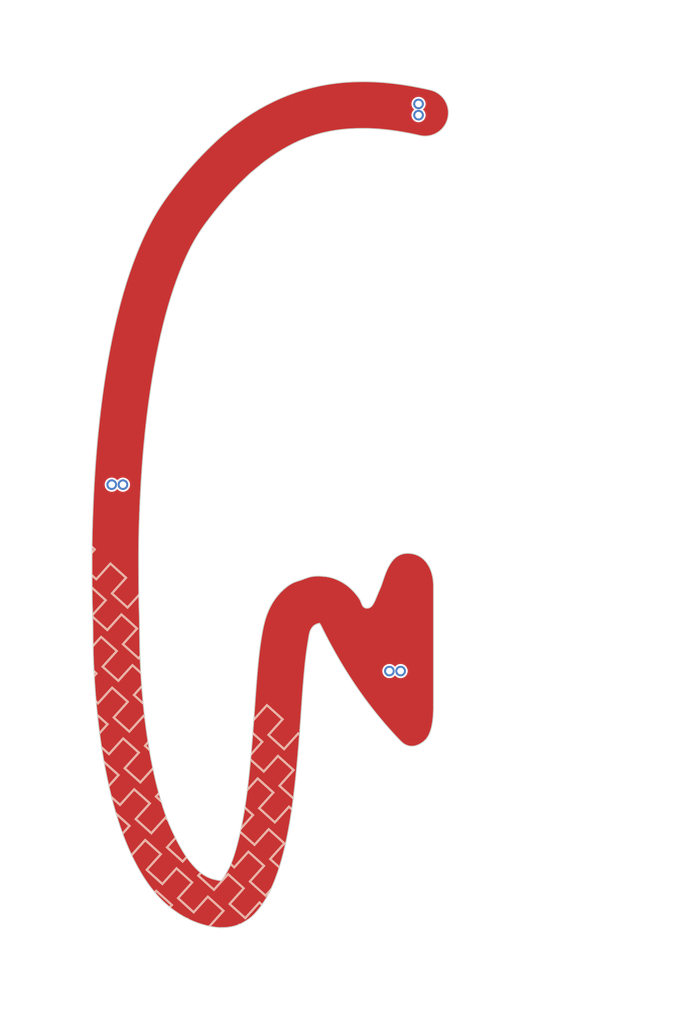
<source format=kicad_pcb>
(kicad_pcb (version 20211014) (generator pcbnew)
  (layers (0 "F.Cu" signal) (31 "B.Cu" signal) (34 "B.Paste" user) (35 "F.Paste" user) (36 "B.SilkS" user "B.Silkscreen") (37 "F.SilkS" user "F.Silkscreen") (38 "B.Mask" user) (39 "F.Mask" user) (44 "Edge.Cuts" user))
  (net 0 "")
  (footprint "LOGO" (layer "F.Cu") (at 0 0)
    (fp_text reference "G***" hide)
    (fp_text value "LOGO" hide)
  )
  (footprint "LOGO" (layer "F.Cu") (at 0 0)
    (fp_text reference "G***" hide)
    (fp_text value "LOGO" hide)
  )
  (footprint "LOGO" (layer "F.Cu") (at 0 0)
    (fp_text reference "G***" hide)
    (fp_text value "LOGO" hide)
  )
  (footprint "LOGO" (layer "F.Cu") (at 0 0)
    (fp_text reference "G***" hide)
    (fp_text value "LOGO" hide)
  )
  (footprint "Swadge_Parts:shields" (layer "F.Cu") (at 45.385419 0)
    (fp_text reference "Ref**" hide)
    (fp_text value "Val**" hide)
    (pad "1" thru_hole circle (at -28.58 -45.34) (size 1.2 1.2) (drill 0.75) (layers *.Cu *.Mask))
    (pad "2" thru_hole circle (at -28.58 -44.07) (size 1.2 1.2) (drill 0.75) (layers *.Cu *.Mask))
    (pad "3" thru_hole circle (at -63.33 -2.26) (size 1.2 1.2) (drill 0.75) (layers *.Cu *.Mask))
    (pad "4" thru_hole circle (at -62.06 -2.26) (size 1.2 1.2) (drill 0.75) (layers *.Cu *.Mask))
    (pad "5" thru_hole circle (at -31.88 18.83) (size 1.2 1.2) (drill 0.75) (layers *.Cu *.Mask))
    (pad "6" thru_hole circle (at -30.61 18.83) (size 1.2 1.2) (drill 0.75) (layers *.Cu *.Mask))
  )
  (footprint "LOGO" (layer "F.Cu") (at 0 0)
    (fp_text reference "G***" hide)
    (fp_text value "LOGO" hide)
  )
  (footprint "LOGO" (layer "F.Cu") (at 0 0)
    (fp_text reference "G***" hide)
    (fp_text value "LOGO" hide)
  )
  (gr_line (start 18.362767 7.971709) (end 18.278647 7.670263) (layer "Edge.Cuts") (width 0.1))
  (gr_line (start -20.055559 16.382664) (end -20.049359 16.644586) (layer "Edge.Cuts") (width 0.1))
  (gr_line (start 20.152848 -44.799783) (end 20.096178 -45.050555) (layer "Edge.Cuts") (width 0.1))
  (gr_line (start 5.137379 13.583204) (end 5.160559 13.570474) (layer "Edge.Cuts") (width 0.1))
  (gr_line (start -0.858247 14.233738) (end -0.917177 14.557806) (layer "Edge.Cuts") (width 0.1))
  (gr_line (start -11.716154 -34.779686) (end -11.984361 -34.401397) (layer "Edge.Cuts") (width 0.1))
  (gr_line (start -1.408437 45.901345) (end -1.317797 45.789975) (layer "Edge.Cuts") (width 0.1))
  (gr_line (start -18.595178 -15.051037) (end -18.813946 -13.635229) (layer "Edge.Cuts") (width 0.1))
  (gr_line (start 14.659529 -47.570833) (end 14.178226 -47.633523) (layer "Edge.Cuts") (width 0.1))
  (gr_line (start -14.770103 15.465647) (end -14.773803 15.174158) (layer "Edge.Cuts") (width 0.1))
  (gr_line (start 5.987284 8.102346) (end 5.757189 8.084096) (layer "Edge.Cuts") (width 0.1))
  (gr_line (start 5.987378 8.102346) (end 5.987284 8.102346) (layer "Edge.Cuts") (width 0.1))
  (gr_line (start 5.589389 13.436564) (end 5.587689 13.432564) (layer "Edge.Cuts") (width 0.1))
  (gr_line (start -16.644729 -23.931063) (end -16.968452 -22.772045) (layer "Edge.Cuts") (width 0.1))
  (gr_line (start 5.63742 13.495208) (end 5.66633 13.540838) (layer "Edge.Cuts") (width 0.1))
  (gr_line (start 17.109184 26.998781) (end 17.255252 26.899171) (layer "Edge.Cuts") (width 0.1))
  (gr_line (start -14.700543 17.910263) (end -14.711003 17.673719) (layer "Edge.Cuts") (width 0.1))
  (gr_line (start -14.858903 10.630411) (end -14.865203 10.174094) (layer "Edge.Cuts") (width 0.1))
  (gr_line (start -12.125814 -20.303546) (end -11.843248 -21.401013) (layer "Edge.Cuts") (width 0.1))
  (gr_line (start 5.026069 13.649784) (end 5.047529 13.636414) (layer "Edge.Cuts") (width 0.1))
  (gr_line (start 3.921849 18.348034) (end 3.962089 17.957413) (layer "Edge.Cuts") (width 0.1))
  (gr_line (start -14.880303 8.540198) (end -14.883703 7.943027) (layer "Edge.Cuts") (width 0.1))
  (gr_line (start -12.245678 -34.017743) (end -12.500506 -33.627988) (layer "Edge.Cuts") (width 0.1))
  (gr_line (start 3.999568 -41.454402) (end 4.662448 -41.692996) (layer "Edge.Cuts") (width 0.1))
  (gr_line (start -5.76008 47.866325) (end -5.72618 47.867085) (layer "Edge.Cuts") (width 0.1))
  (gr_line (start -19.540419 -7.596991) (end -19.540419 -7.59686) (layer "Edge.Cuts") (width 0.1))
  (gr_line (start 4.043649 17.234798) (end 4.085159 16.901716) (layer "Edge.Cuts") (width 0.1))
  (gr_line (start 5.90035 13.987498) (end 5.93121 14.050618) (layer "Edge.Cuts") (width 0.1))
  (gr_line (start 18.494647 8.851308) (end 18.469477 8.566515) (layer "Edge.Cuts") (width 0.1))
  (gr_line (start -13.230075 -32.414736) (end -13.462966 -31.993197) (layer "Edge.Cuts") (width 0.1))
  (gr_line (start 14.756753 26.733168) (end 14.948071 26.912578) (layer "Edge.Cuts") (width 0.1))
  (gr_line (start -13.088313 30.718835) (end -13.295082 29.767537) (layer "Edge.Cuts") (width 0.1))
  (gr_line (start -5.781114 -41.444255) (end -5.891641 -41.343153) (layer "Edge.Cuts") (width 0.1))
  (gr_line (start 10.910736 -47.863503) (end 10.457853 -47.867103) (layer "Edge.Cuts") (width 0.1))
  (gr_line (start -3.61273 -36.179361) (end -3.296672 -36.493994) (layer "Edge.Cuts") (width 0.1))
  (gr_line (start -0.104404 43.897474) (end 0.001188 43.686494) (layer "Edge.Cuts") (width 0.1))
  (gr_line (start -9.338834 40.058941) (end -9.468079 39.881791) (layer "Edge.Cuts") (width 0.1))
  (gr_line (start -5.544234 42.549311) (end -5.82088 42.507811) (layer "Edge.Cuts") (width 0.1))
  (gr_line (start -20.163599 10.65685) (end -20.154899 11.0967) (layer "Edge.Cuts") (width 0.1))
  (gr_line (start -4.63798 47.808145) (end -4.56204 47.796045) (layer "Edge.Cuts") (width 0.1))
  (gr_line (start 9.879018 10.327052) (end 9.797588 10.222799) (layer "Edge.Cuts") (width 0.1))
  (gr_line (start -1.953187 46.495444) (end -1.857487 46.402944) (layer "Edge.Cuts") (width 0.1))
  (gr_line (start 4.964979 13.688414) (end 4.984739 13.675884) (layer "Edge.Cuts") (width 0.1))
  (gr_line (start 0.104358 43.471304) (end 0.205215 43.251874) (layer "Edge.Cuts") (width 0.1))
  (gr_line (start 15.525192 27.253011) (end 15.716117 27.307741) (layer "Edge.Cuts") (width 0.1))
  (gr_line (start 18.398403 -46.851289) (end 18.137489 -46.925539) (layer "Edge.Cuts") (width 0.1))
  (gr_line (start -14.810103 12.519025) (end -14.814203 12.340364) (layer "Edge.Cuts") (width 0.1))
  (gr_line (start 10.402708 11.298032) (end 10.365048 11.210872) (layer "Edge.Cuts") (width 0.1))
  (gr_line (start -1.377988 -38.214608) (end -1.233579 -38.332968) (layer "Edge.Cuts") (width 0.1))
  (gr_line (start 6.475289 15.114465) (end 6.951517 16.004414) (layer "Edge.Cuts") (width 0.1))
  (gr_line (start -14.887249 5.577863) (end -14.885149 5.046116) (layer "Edge.Cuts") (width 0.1))
  (gr_line (start -6.276237 -40.98347) (end -6.651372 -40.625112) (layer "Edge.Cuts") (width 0.1))
  (gr_line (start 5.376519 13.485664) (end 5.395269 13.481764) (layer "Edge.Cuts") (width 0.1))
  (gr_line (start 10.02126 20.974212) (end 10.570819 21.744827) (layer "Edge.Cuts") (width 0.1))
  (gr_line (start 15.602155 5.495847) (end 15.205177 5.521517) (layer "Edge.Cuts") (width 0.1))
  (gr_line (start -3.541651 47.517345) (end -3.439264 47.473345) (layer "Edge.Cuts") (width 0.1))
  (gr_line (start -20.077449 0.673346) (end -20.104179 1.409578) (layer "Edge.Cuts") (width 0.1))
  (gr_line (start -5.398314 -34.238749) (end -5.107221 -34.576061) (layer "Edge.Cuts") (width 0.1))
  (gr_line (start 0.495015 42.567424) (end 0.65988 42.139434) (layer "Edge.Cuts") (width 0.1))
  (gr_line (start -3.64167 47.557145) (end -3.541651 47.517345) (layer "Edge.Cuts") (width 0.1))
  (gr_line (start -10.426778 38.273721) (end -10.602633 37.936881) (layer "Edge.Cuts") (width 0.1))
  (gr_line (start -19.540419 -7.597648) (end -19.540419 -7.597516) (layer "Edge.Cuts") (width 0.1))
  (gr_line (start -14.837203 11.584417) (end -14.837203 11.584286) (layer "Edge.Cuts") (width 0.1))
  (gr_line (start -14.865203 10.174094) (end -14.870903 9.666464) (layer "Edge.Cuts") (width 0.1))
  (gr_line (start -0.616703 -38.8277) (end -0.536233 -38.88872) (layer "Edge.Cuts") (width 0.1))
  (gr_line (start -1.353707 17.818121) (end -1.396817 18.258023) (layer "Edge.Cuts") (width 0.1))
  (gr_line (start 5.586692 13.429364) (end 5.586562 13.427264) (layer "Edge.Cuts") (width 0.1))
  (gr_line (start -19.711409 -5.64421) (end -19.763049 -4.974267) (layer "Edge.Cuts") (width 0.1))
  (gr_line (start 20.171558 -44.015048) (end 20.191558 -44.280433) (layer "Edge.Cuts") (width 0.1))
  (gr_line (start -0.386367 12.465838) (end -0.511591 12.832572) (layer "Edge.Cuts") (width 0.1))
  (gr_line (start -0.323297 44.307115) (end -0.212529 44.104335) (layer "Edge.Cuts") (width 0.1))
  (gr_line (start 9.486934 9.859056) (end 9.362598 9.726822) (layer "Edge.Cuts") (width 0.1))
  (gr_line (start 20.191558 -44.280433) (end 20.184958 -44.542544) (layer "Edge.Cuts") (width 0.1))
  (gr_line (start -9.425587 -37.678693) (end -9.758226 -37.284538) (layer "Edge.Cuts") (width 0.1))
  (gr_line (start 5.59307 13.431508) (end 5.59817 13.437608) (layer "Edge.Cuts") (width 0.1))
  (gr_line (start -14.780303 14.539045) (end -14.782103 14.332111) (layer "Edge.Cuts") (width 0.1))
  (gr_line (start 2.858847 8.729866) (end 2.744667 8.774196) (layer "Edge.Cuts") (width 0.1))
  (gr_line (start 18.502747 16.037364) (end 18.502747 15.172943) (layer "Edge.Cuts") (width 0.1))
  (gr_line (start 19.643872 -45.957034) (end 19.479383 -46.151517) (layer "Edge.Cuts") (width 0.1))
  (gr_line (start -19.786129 21.513324) (end -19.67767 22.764581) (layer "Edge.Cuts") (width 0.1))
  (gr_line (start -20.088059 13.97664) (end -20.085559 14.1807) (layer "Edge.Cuts") (width 0.1))
  (gr_line (start -5.82088 42.507811) (end -6.084648 42.458511) (layer "Edge.Cuts") (width 0.1))
  (gr_line (start -14.476589 -4.580799) (end -14.426829 -5.224066) (layer "Edge.Cuts") (width 0.1))
  (gr_line (start 1.930749 37.515904) (end 2.048583 36.91594) (layer "Edge.Cuts") (width 0.1))
  (gr_line (start 4.170069 16.289282) (end 4.213649 16.008842) (layer "Edge.Cuts") (width 0.1))
  (gr_line (start -20.118859 12.295645) (end -20.114959 12.452622) (layer "Edge.Cuts") (width 0.1))
  (gr_line (start 5.451509 13.472564) (end 5.470269 13.470164) (layer "Edge.Cuts") (width 0.1))
  (gr_line (start -18.021007 32.911101) (end -17.763194 33.902785) (layer "Edge.Cuts") (width 0.1))
  (gr_line (start 14.526841 5.755511) (end 14.239905 5.949699) (layer "Edge.Cuts") (width 0.1))
  (gr_line (start 5.160559 13.570474) (end 5.183919 13.558174) (layer "Edge.Cuts") (width 0.1))
  (gr_line (start -13.462966 -31.993197) (end -13.691376 -31.561869) (layer "Edge.Cuts") (width 0.1))
  (gr_line (start -3.296672 -36.493994) (end -2.971777 -36.81016) (layer "Edge.Cuts") (width 0.1))
  (gr_line (start 5.81264 13.805018) (end 5.83058 13.842398) (layer "Edge.Cuts") (width 0.1))
  (gr_line (start -10.928208 -24.446258) (end -10.601671 -25.378584) (layer "Edge.Cuts") (width 0.1))
  (gr_line (start 13.554562 6.756195) (end 13.375305 7.076108) (layer "Edge.Cuts") (width 0.1))
  (gr_line (start -0.920633 45.262025) (end -0.794999 45.078705) (layer "Edge.Cuts") (width 0.1))
  (gr_line (start 10.457851 -47.867103) (end 10.45785 -47.867103) (layer "Edge.Cuts") (width 0.1))
  (gr_line (start 19.689214 -42.789772) (end 19.830765 -43.006966) (layer "Edge.Cuts") (width 0.1))
  (gr_line (start 0.116494 11.357477) (end -0.07449 11.726334) (layer "Edge.Cuts") (width 0.1))
  (gr_line (start 1.404385 -40.186221) (end 2.048543 -40.551542) (layer "Edge.Cuts") (width 0.1))
  (gr_line (start -13.490335 28.784211) (end -13.673669 27.769883) (layer "Edge.Cuts") (width 0.1))
  (gr_line (start 5.594189 13.445564) (end 5.591589 13.441064) (layer "Edge.Cuts") (width 0.1))
  (gr_line (start -14.761403 16.006675) (end -14.766003 15.742473) (layer "Edge.Cuts") (width 0.1))
  (gr_line (start 3.011089 29.760266) (end 3.070269 29.12985) (layer "Edge.Cuts") (width 0.1))
  (gr_line (start -19.540419 -7.59896) (end -19.540419 -7.598829) (layer "Edge.Cuts") (width 0.1))
  (gr_line (start -20.081459 14.583315) (end -20.081459 14.583415) (layer "Edge.Cuts") (width 0.1))
  (gr_line (start -14.837203 11.585205) (end -14.837203 11.585074) (layer "Edge.Cuts") (width 0.1))
  (gr_line (start -5.60641 47.864785) (end -5.57525 47.863785) (layer "Edge.Cuts") (width 0.1))
  (gr_line (start 6.585899 8.177126) (end 6.456495 8.154666) (layer "Edge.Cuts") (width 0.1))
  (gr_line (start 0.819972 41.694374) (end 0.975307 41.232214) (layer "Edge.Cuts") (width 0.1))
  (gr_line (start -4.71021 47.818645) (end -4.63798 47.808145) (layer "Edge.Cuts") (width 0.1))
  (gr_line (start 3.307749 26.302463) (end 3.368659 25.504087) (layer "Edge.Cuts") (width 0.1))
  (gr_line (start -5.6949 47.867145) (end -5.6652 47.866655) (layer "Edge.Cuts") (width 0.1))
  (gr_line (start 18.502747 12.579673) (end 18.502747 11.71525) (layer "Edge.Cuts") (width 0.1))
  (gr_line (start -14.676623 18.40252) (end -14.689103 18.152518) (layer "Edge.Cuts") (width 0.1))
  (gr_line (start 6.715388 -42.230131) (end 7.42749 -42.351636) (layer "Edge.Cuts") (width 0.1))
  (gr_line (start 12.621047 9.037113) (end 12.522857 9.30489) (layer "Edge.Cuts") (width 0.1))
  (gr_line (start -2.264277 29.242744) (end -2.321407 29.824587) (layer "Edge.Cuts") (width 0.1))
  (gr_line (start -20.126659 12.018684) (end -20.122759 12.150555) (layer "Edge.Cuts") (width 0.1))
  (gr_line (start 5.347164 8.073496) (end 5.16434 8.079796) (layer "Edge.Cuts") (width 0.1))
  (gr_line (start -14.806103 12.704763) (end -14.810103 12.519025) (layer "Edge.Cuts") (width 0.1))
  (gr_line (start 17.998237 -41.732637) (end 18.249012 -41.789307) (layer "Edge.Cuts") (width 0.1))
  (gr_line (start 1.676477 9.452976) (end 1.508487 9.600393) (layer "Edge.Cuts") (width 0.1))
  (gr_line (start 4.421289 14.732153) (end 4.451189 14.591376) (layer "Edge.Cuts") (width 0.1))
  (gr_line (start -9.176978 -28.758507) (end -8.995146 -29.118417) (layer "Edge.Cuts") (width 0.1))
  (gr_line (start -20.134259 11.798872) (end -20.134259 11.799003) (layer "Edge.Cuts") (width 0.1))
  (gr_line (start 11.931177 10.70605) (end 11.858177 10.871585) (layer "Edge.Cuts") (width 0.1))
  (gr_line (start 18.425947 8.271888) (end 18.362767 7.971709) (layer "Edge.Cuts") (width 0.1))
  (gr_line (start 3.641689 21.680359) (end 3.682179 21.136435) (layer "Edge.Cuts") (width 0.1))
  (gr_line (start 1.412923 39.742834) (end 1.549384 39.211994) (layer "Edge.Cuts") (width 0.1))
  (gr_line (start 16.366306 5.607027) (end 16.001799 5.528507) (layer "Edge.Cuts") (width 0.1))
  (gr_line (start -19.206849 -10.69195) (end -19.381037 -9.164231) (layer "Edge.Cuts") (width 0.1))
  (gr_line (start -14.426829 -5.224066) (end -14.374629 -5.857263) (layer "Edge.Cuts") (width 0.1))
  (gr_line (start 2.258403 9.021956) (end 2.124411 9.108856) (layer "Edge.Cuts") (width 0.1))
  (gr_line (start 15.140418 27.057583) (end 15.333042 27.170341) (layer "Edge.Cuts") (width 0.1))
  (gr_line (start -2.053087 46.586345) (end -1.953187 46.495444) (layer "Edge.Cuts") (width 0.1))
  (gr_line (start 16.452523 27.290441) (end 16.626043 27.237861) (layer "Edge.Cuts") (width 0.1))
  (gr_line (start -4.758474 41.293851) (end -4.837644 41.440461) (layer "Edge.Cuts") (width 0.1))
  (gr_line (start 5.987565 8.102346) (end 5.987471 8.102346) (layer "Edge.Cuts") (width 0.1))
  (gr_line (start -4.223676 -35.548621) (end -3.921286 -35.864743) (layer "Edge.Cuts") (width 0.1))
  (gr_line (start -8.756572 -38.443404) (end -9.092018 -38.064628) (layer "Edge.Cuts") (width 0.1))
  (gr_line (start 6.057153 8.108446) (end 5.988783 8.102346) (layer "Edge.Cuts") (width 0.1))
  (gr_line (start -5.13144 47.856645) (end -5.07867 47.853645) (layer "Edge.Cuts") (width 0.1))
  (gr_line (start -14.837203 11.58468) (end -14.837203 11.584549) (layer "Edge.Cuts") (width 0.1))
  (gr_line (start -13.673669 27.769883) (end -13.844682 26.725579) (layer "Edge.Cuts") (width 0.1))
  (gr_line (start -2.158151 46.676245) (end -2.053087 46.586345) (layer "Edge.Cuts") (width 0.1))
  (gr_line (start -14.687509 -1.228645) (end -14.650499 -1.915736) (layer "Edge.Cuts") (width 0.1))
  (gr_line (start 8.603045 9.064365) (end 8.426364 8.944235) (layer "Edge.Cuts") (width 0.1))
  (gr_line (start 13.700655 -47.688723) (end 13.226766 -47.736383) (layer "Edge.Cuts") (width 0.1))
  (gr_line (start -19.540419 -7.597385) (end -19.540419 -7.597254) (layer "Edge.Cuts") (width 0.1))
  (gr_line (start -2.269335 46.765445) (end -2.158151 46.676245) (layer "Edge.Cuts") (width 0.1))
  (gr_line (start -1.264587 16.987585) (end -1.309687 17.394912) (layer "Edge.Cuts") (width 0.1))
  (gr_line (start -11.457788 36.099289) (end -11.613145 35.717615) (layer "Edge.Cuts") (width 0.1))
  (gr_line (start 17.392577 26.793192) (end 17.520409 26.683005) (layer "Edge.Cuts") (width 0.1))
  (gr_line (start 5.93121 14.050618) (end 5.96702 14.122998) (layer "Edge.Cuts") (width 0.1))
  (gr_line (start -4.815308 -34.905799) (end -4.521238 -35.229479) (layer "Edge.Cuts") (width 0.1))
  (gr_line (start 2.996506 -46.68114) (end 2.121321 -46.367902) (layer "Edge.Cuts") (width 0.1))
  (gr_line (start -14.837203 11.585074) (end -14.837203 11.584942) (layer "Edge.Cuts") (width 0.1))
  (gr_line (start 3.199794 8.615636) (end 3.085403 8.652056) (layer "Edge.Cuts") (width 0.1))
  (gr_line (start -2.620597 32.459746) (end -2.685047 32.954006) (layer "Edge.Cuts") (width 0.1))
  (gr_line (start 14.948071 26.912578) (end 15.140418 27.057583) (layer "Edge.Cuts") (width 0.1))
  (gr_line (start 4.482929 14.465064) (end 4.517689 14.350927) (layer "Edge.Cuts") (width 0.1))
  (gr_line (start -20.134259 11.799791) (end -20.134259 11.799921) (layer "Edge.Cuts") (width 0.1))
  (gr_line (start -2.035717 26.627718) (end -2.093407 27.33092) (layer "Edge.Cuts") (width 0.1))
  (gr_line (start 5.987471 8.102346) (end 5.987378 8.102346) (layer "Edge.Cuts") (width 0.1))
  (gr_line (start -13.789503 42.956625) (end -13.554258 43.274535) (layer "Edge.Cuts") (width 0.1))
  (gr_line (start -5.489434 42.501311) (end -5.497934 42.509311) (layer "Edge.Cuts") (width 0.1))
  (gr_line (start -2.437557 30.924016) (end -2.497127 31.447899) (layer "Edge.Cuts") (width 0.1))
  (gr_line (start -14.136366 -30.666892) (end -14.353748 -30.201768) (layer "Edge.Cuts") (width 0.1))
  (gr_line (start -13.136451 -15.504703) (end -12.90229 -16.765539) (layer "Edge.Cuts") (width 0.1))
  (gr_line (start -20.177699 9.641094) (end -20.171199 10.168813) (layer "Edge.Cuts") (width 0.1))
  (gr_line (start 8.955746 19.385238) (end 9.482993 20.187824) (layer "Edge.Cuts") (width 0.1))
  (gr_line (start 11.826671 -47.834663) (end 11.366992 -47.852713) (layer "Edge.Cuts") (width 0.1))
  (gr_line (start -14.832303 11.715369) (end -14.837203 11.586254) (layer "Edge.Cuts") (width 0.1))
  (gr_line (start 0.405918 -45.631188) (end -0.434908 -45.207682) (layer "Edge.Cuts") (width 0.1))
  (gr_line (start -0.212529 44.104335) (end -0.104404 43.897474) (layer "Edge.Cuts") (width 0.1))
  (gr_line (start 17.255252 26.899171) (end 17.392577 26.793192) (layer "Edge.Cuts") (width 0.1))
  (gr_line (start -4.42169 47.771645) (end -4.34669 47.757345) (layer "Edge.Cuts") (width 0.1))
  (gr_line (start 2.744667 8.774196) (end 2.62854 8.824096) (layer "Edge.Cuts") (width 0.1))
  (gr_line (start 9.362598 9.726822) (end 9.228536 9.592098) (layer "Edge.Cuts") (width 0.1))
  (gr_line (start 2.891079 30.950515) (end 2.951449 30.366148) (layer "Edge.Cuts") (width 0.1))
  (gr_line (start 5.334773 -41.901414) (end 6.018451 -42.080258) (layer "Edge.Cuts") (width 0.1))
  (gr_line (start -5.83989 47.861325) (end -5.79764 47.864325) (layer "Edge.Cuts") (width 0.1))
  (gr_line (start -2.260717 -37.479032) (end -2.206037 -37.525752) (layer "Edge.Cuts") (width 0.1))
  (gr_line (start -11.12675 36.855562) (end -11.29514 36.479392) (layer "Edge.Cuts") (width 0.1))
  (gr_line (start -4.521238 -35.229479) (end -4.223676 -35.548621) (layer "Edge.Cuts") (width 0.1))
  (gr_line (start 18.878508 -46.632296) (end 18.645742 -46.753009) (layer "Edge.Cuts") (width 0.1))
  (gr_line (start 13.215995 7.409781) (end 13.073844 7.750143) (layer "Edge.Cuts") (width 0.1))
  (gr_line (start -12.749246 -33.231393) (end -12.992302 -32.827222) (layer "Edge.Cuts") (width 0.1))
  (gr_line (start 19.296328 -46.329954) (end 19.095703 -46.490745) (layer "Edge.Cuts") (width 0.1))
  (gr_line (start 12.756507 -47.776553) (end 12.289826 -47.809293) (layer "Edge.Cuts") (width 0.1))
  (gr_line (start 19.913153 -45.52631) (end 19.788795 -45.748099) (layer "Edge.Cuts") (width 0.1))
  (gr_line (start -2.685047 32.954006) (end -2.772767 33.586386) (layer "Edge.Cuts") (width 0.1))
  (gr_line (start 7.559434 -47.698618) (end 6.620901 -47.568577) (layer "Edge.Cuts") (width 0.1))
  (gr_line (start -19.956449 18.944239) (end -19.879089 20.239661) (layer "Edge.Cuts") (width 0.1))
  (gr_line (start -2.772767 33.586386) (end -2.864907 34.200306) (layer "Edge.Cuts") (width 0.1))
  (gr_line (start 10.442818 11.379852) (end 10.402708 11.298032) (layer "Edge.Cuts") (width 0.1))
  (gr_line (start 10.46568 -42.566006) (end 10.83113 -42.563606) (layer "Edge.Cuts") (width 0.1))
  (gr_line (start -19.763049 -4.974267) (end -19.811979 -4.295431) (layer "Edge.Cuts") (width 0.1))
  (gr_line (start -12.500506 -33.627988) (end -12.749246 -33.231393) (layer "Edge.Cuts") (width 0.1))
  (gr_line (start 17.854337 26.27349) (end 17.950287 26.104629) (layer "Edge.Cuts") (width 0.1))
  (gr_line (start -19.540419 -7.598829) (end -19.540419 -7.598697) (layer "Edge.Cuts") (width 0.1))
  (gr_line (start 18.038547 25.920142) (end 18.119127 25.720363) (layer "Edge.Cuts") (width 0.1))
  (gr_line (start 12.829862 8.422662) (end 12.722454 8.74068) (layer "Edge.Cuts") (width 0.1))
  (gr_line (start -2.893535 -43.716376) (end -3.692808 -43.145626) (layer "Edge.Cuts") (width 0.1))
  (gr_line (start 9.948718 10.419802) (end 9.879018 10.327052) (layer "Edge.Cuts") (width 0.1))
  (gr_line (start -16.903924 36.698194) (end -16.73515 37.171225) (layer "Edge.Cuts") (width 0.1))
  (gr_line (start -5.5042 47.861945) (end -5.46224 47.861505) (layer "Edge.Cuts") (width 0.1))
  (gr_line (start 10.457849 -47.867103) (end 10.457849 -47.867103) (layer "Edge.Cuts") (width 0.1))
  (gr_line (start -0.969347 14.867471) (end -1.016927 15.160777) (layer "Edge.Cuts") (width 0.1))
  (gr_line (start 4.778619 13.882694) (end 4.856569 13.793504) (layer "Edge.Cuts") (width 0.1))
  (gr_line (start 10.457849 -47.867103) (end 10.457849 -47.867103) (layer "Edge.Cuts") (width 0.1))
  (gr_line (start 2.473889 34.342301) (end 2.568789 33.655311) (layer "Edge.Cuts") (width 0.1))
  (gr_line (start -2.290127 -37.453162) (end -2.260717 -37.479032) (layer "Edge.Cuts") (width 0.1))
  (gr_line (start 18.502747 18.630634) (end 18.502747 17.766211) (layer "Edge.Cuts") (width 0.1))
  (gr_line (start -14.711003 17.673719) (end -14.720503 17.440848) (layer "Edge.Cuts") (width 0.1))
  (gr_line (start -15.198566 -28.206488) (end -15.582851 -27.191481) (layer "Edge.Cuts") (width 0.1))
  (gr_line (start -5.278754 42.202111) (end -5.332824 42.289711) (layer "Edge.Cuts") (width 0.1))
  (gr_line (start -20.134259 11.797953) (end -20.134259 11.798085) (layer "Edge.Cuts") (width 0.1))
  (gr_line (start -1.765027 46.308445) (end -1.674857 46.211544) (layer "Edge.Cuts") (width 0.1))
  (gr_line (start -5.37228 47.861215) (end -5.3264 47.860955) (layer "Edge.Cuts") (width 0.1))
  (gr_line (start -20.182999 9.082197) (end -20.177699 9.641094) (layer "Edge.Cuts") (width 0.1))
  (gr_line (start -20.134259 11.798347) (end -20.134259 11.798478) (layer "Edge.Cuts") (width 0.1))
  (gr_line (start -19.540419 -7.597516) (end -19.540419 -7.597385) (layer "Edge.Cuts") (width 0.1))
  (gr_line (start 15.205177 5.521517) (end 14.847668 5.610427) (layer "Edge.Cuts") (width 0.1))
  (gr_line (start -10.628225 46.095235) (end -10.165141 46.395855) (layer "Edge.Cuts") (width 0.1))
  (gr_line (start 16.126348 -47.338413) (end 15.633538 -47.423263) (layer "Edge.Cuts") (width 0.1))
  (gr_line (start -20.078259 14.920301) (end -20.074659 15.239076) (layer "Edge.Cuts") (width 0.1))
  (gr_line (start -19.942389 -2.209384) (end -19.980349 -1.498795) (layer "Edge.Cuts") (width 0.1))
  (gr_line (start 17.498773 6.293951) (end 17.261908 6.074858) (layer "Edge.Cuts") (width 0.1))
  (gr_line (start -5.466434 42.478311) (end -5.473634 42.485311) (layer "Edge.Cuts") (width 0.1))
  (gr_line (start -2.207417 28.635284) (end -2.264277 29.242744) (layer "Edge.Cuts") (width 0.1))
  (gr_line (start -3.227713 47.371645) (end -3.118714 47.313445) (layer "Edge.Cuts") (width 0.1))
  (gr_line (start 18.502747 9.986406) (end 18.502747 9.121983) (layer "Edge.Cuts") (width 0.1))
  (gr_line (start 0.855613 10.27796) (end 0.57938 10.631334) (layer "Edge.Cuts") (width 0.1))
  (gr_line (start -4.540814 40.862341) (end -4.608574 41.002691) (layer "Edge.Cuts") (width 0.1))
  (gr_line (start -14.766003 15.742473) (end -14.770103 15.465647) (layer "Edge.Cuts") (width 0.1))
  (gr_line (start 1.1259 40.752914) (end 1.271767 40.256464) (layer "Edge.Cuts") (width 0.1))
  (gr_line (start -7.267416 42.039911) (end -7.488177 41.910551) (layer "Edge.Cuts") (width 0.1))
  (gr_line (start -14.837203 11.58586) (end -14.837203 11.585729) (layer "Edge.Cuts") (width 0.1))
  (gr_line (start 2.386417 8.946506) (end 2.258403 9.021956) (layer "Edge.Cuts") (width 0.1))
  (gr_line (start 18.502747 22.088325) (end 18.502747 21.223902) (layer "Edge.Cuts") (width 0.1))
  (gr_line (start 9.673852 -42.551956) (end 10.46568 -42.566006) (layer "Edge.Cuts") (width 0.1))
  (gr_line (start -10.602633 37.936881) (end -10.778947 37.586661) (layer "Edge.Cuts") (width 0.1))
  (gr_line (start -20.017059 17.64979) (end -20.006899 17.899372) (layer "Edge.Cuts") (width 0.1))
  (gr_line (start -20.189239 5.550348) (end -20.191339 6.117713) (layer "Edge.Cuts") (width 0.1))
  (gr_line (start -5.3264 47.860955) (end -5.27961 47.860475) (layer "Edge.Cuts") (width 0.1))
  (gr_line (start -16.305905 -25.053893) (end -16.644729 -23.931063) (layer "Edge.Cuts") (width 0.1))
  (gr_line (start 2.829709 31.516387) (end 2.891079 30.950515) (layer "Edge.Cuts") (width 0.1))
  (gr_line (start -14.729203 17.209613) (end -14.737003 16.977978) (layer "Edge.Cuts") (width 0.1))
  (gr_line (start 12.722454 8.74068) (end 12.621047 9.037113) (layer "Edge.Cuts") (width 0.1))
  (gr_line (start 10.83113 -42.563606) (end 11.201583 -42.555106) (layer "Edge.Cuts") (width 0.1))
  (gr_line (start 12.425087 9.536944) (end 12.330267 9.746918) (layer "Edge.Cuts") (width 0.1))
  (gr_line (start -1.977207 25.886306) (end -2.035717 26.627718) (layer "Edge.Cuts") (width 0.1))
  (gr_line (start -0.436818 44.505874) (end -0.323297 44.307115) (layer "Edge.Cuts") (width 0.1))
  (gr_line (start -10.601671 -25.378584) (end -10.264834 -26.269348) (layer "Edge.Cuts") (width 0.1))
  (gr_line (start -20.122759 12.150555) (end -20.118859 12.295645) (layer "Edge.Cuts") (width 0.1))
  (gr_line (start -20.074659 15.239076) (end -20.070659 15.542919) (layer "Edge.Cuts") (width 0.1))
  (gr_line (start -1.069987 15.500867) (end -1.121107 15.852781) (layer "Edge.Cuts") (width 0.1))
  (gr_line (start 18.491723 -41.869537) (end 18.724772 -41.972329) (layer "Edge.Cuts") (width 0.1))
  (gr_line (start -5.525134 42.533311) (end -5.534634 42.541311) (layer "Edge.Cuts") (width 0.1))
  (gr_line (start 13.375305 7.076108) (end 13.215995 7.409781) (layer "Edge.Cuts") (width 0.1))
  (gr_line (start 15.623719 -42.041456) (end 16.058828 -41.955036) (layer "Edge.Cuts") (width 0.1))
  (gr_line (start 2.270413 35.66393) (end 2.374439 35.01183) (layer "Edge.Cuts") (width 0.1))
  (gr_line (start 7.391412 8.409946) (end 7.21044 8.343656) (layer "Edge.Cuts") (width 0.1))
  (gr_line (start 18.502747 9.121983) (end 18.494647 8.851308) (layer "Edge.Cuts") (width 0.1))
  (gr_line (start 3.188309 27.783341) (end 3.247719 27.061207) (layer "Edge.Cuts") (width 0.1))
  (gr_line (start -5.515834 42.525311) (end -5.525134 42.533311) (layer "Edge.Cuts") (width 0.1))
  (gr_line (start 3.129249 28.471882) (end 3.188309 27.783341) (layer "Edge.Cuts") (width 0.1))
  (gr_line (start -1.218237 16.595329) (end -1.264587 16.987585) (layer "Edge.Cuts") (width 0.1))
  (gr_line (start -9.692398 46.670075) (end -9.210532 46.917615) (layer "Edge.Cuts") (width 0.1))
  (gr_line (start -4.427054 40.602631) (end -4.479814 40.728291) (layer "Edge.Cuts") (width 0.1))
  (gr_line (start -5.983386 -33.53533) (end -5.689923 -33.892345) (layer "Edge.Cuts") (width 0.1))
  (gr_line (start 5.507829 13.465864) (end 5.526639 13.463864) (layer "Edge.Cuts") (width 0.1))
  (gr_line (start 7.933223 17.729771) (end 8.439246 18.566029) (layer "Edge.Cuts") (width 0.1))
  (gr_line (start -4.104707 -42.833244) (end -4.249258 -42.720788) (layer "Edge.Cuts") (width 0.1))
  (gr_line (start -10.778947 37.586661) (end -10.954169 37.225441) (layer "Edge.Cuts") (width 0.1))
  (gr_line (start -9.758944 39.440161) (end -9.917465 39.180411) (layer "Edge.Cuts") (width 0.1))
  (gr_line (start -13.17382 43.752325) (end -12.779965 44.205625) (layer "Edge.Cuts") (width 0.1))
  (gr_line (start 4.687242 8.137226) (end 4.547175 8.166946) (layer "Edge.Cuts") (width 0.1))
  (gr_line (start -1.016927 15.160777) (end -1.069987 15.500867) (layer "Edge.Cuts") (width 0.1))
  (gr_line (start -9.468079 39.881791) (end -9.608632 39.674741) (layer "Edge.Cuts") (width 0.1))
  (gr_line (start 6.232413 8.125046) (end 6.138493 8.115646) (layer "Edge.Cuts") (width 0.1))
  (gr_line (start -20.145099 11.479859) (end -20.134259 11.797822) (layer "Edge.Cuts") (width 0.1))
  (gr_line (start -19.260328 26.377465) (end -19.0909 27.532643) (layer "Edge.Cuts") (width 0.1))
  (gr_line (start -10.252932 38.594831) (end -10.426778 38.273721) (layer "Edge.Cuts") (width 0.1))
  (gr_line (start 8.426364 8.944235) (end 8.20329 8.80667) (layer "Edge.Cuts") (width 0.1))
  (gr_line (start -17.763194 33.902785) (end -17.491007 34.864959) (layer "Edge.Cuts") (width 0.1))
  (gr_line (start 16.955126 27.089871) (end 17.109184 26.998781) (layer "Edge.Cuts") (width 0.1))
  (gr_line (start 5.564349 13.460064) (end 5.583249 13.458064) (layer "Edge.Cuts") (width 0.1))
  (gr_line (start 14.770582 -42.193886) (end 15.194324 -42.121056) (layer "Edge.Cuts") (width 0.1))
  (gr_line (start -3.27082 36.46231) (end -3.379922 36.977121) (layer "Edge.Cuts") (width 0.1))
  (gr_line (start 0.001188 43.686494) (end 0.104358 43.471304) (layer "Edge.Cuts") (width 0.1))
  (gr_line (start -12.992302 -32.827222) (end -13.230075 -32.414736) (layer "Edge.Cuts") (width 0.1))
  (gr_line (start -5.891641 -41.343153) (end -6.276237 -40.98347) (layer "Edge.Cuts") (width 0.1))
  (gr_line (start -20.191699 7.303488) (end -20.189999 7.90489) (layer "Edge.Cuts") (width 0.1))
  (gr_line (start -14.780296 -29.23256) (end -14.990264 -28.727001) (layer "Edge.Cuts") (width 0.1))
  (gr_line (start 10.250978 10.928792) (end 10.207348 10.831692) (layer "Edge.Cuts") (width 0.1))
  (gr_line (start -5.406375 -41.773915) (end -5.53758 -41.660349) (layer "Edge.Cuts") (width 0.1))
  (gr_line (start -3.954029 39.224331) (end -4.072169 39.605221) (layer "Edge.Cuts") (width 0.1))
  (gr_line (start -20.187099 8.500628) (end -20.182999 9.082197) (layer "Edge.Cuts") (width 0.1))
  (gr_line (start 11.269112 11.643802) (end 11.159789 11.684942) (layer "Edge.Cuts") (width 0.1))
  (gr_line (start 0.113903 -39.355412) (end 0.76014 -39.787711) (layer "Edge.Cuts") (width 0.1))
  (gr_line (start 5.60497 13.446708) (end 5.61367 13.459088) (layer "Edge.Cuts") (width 0.1))
  (gr_line (start -3.73924 47.593045) (end -3.64167 47.557145) (layer "Edge.Cuts") (width 0.1))
  (gr_line (start -5.377394 42.360511) (end -5.410994 42.412411) (layer "Edge.Cuts") (width 0.1))
  (gr_line (start 5.98794 8.102346) (end 5.987846 8.102346) (layer "Edge.Cuts") (width 0.1))
  (gr_line (start -0.536233 -38.88872) (end 0.113903 -39.355412) (layer "Edge.Cuts") (width 0.1))
  (gr_line (start 5.339009 13.494964) (end 5.357769 13.490064) (layer "Edge.Cuts") (width 0.1))
  (gr_line (start -20.081459 14.584115) (end -20.081459 14.584215) (layer "Edge.Cuts") (width 0.1))
  (gr_line (start -6.07655 47.837325) (end -6.00517 47.845325) (layer "Edge.Cuts") (width 0.1))
  (gr_line (start -4.837644 41.440461) (end -4.917664 41.584951) (layer "Edge.Cuts") (width 0.1))
  (gr_line (start -14.887703 6.734275) (end -14.888073 6.14416) (layer "Edge.Cuts") (width 0.1))
  (gr_line (start -2.513905 46.943945) (end -2.3876 46.854545) (layer "Edge.Cuts") (width 0.1))
  (gr_line (start 5.58747 13.426708) (end 5.58957 13.428008) (layer "Edge.Cuts") (width 0.1))
  (gr_line (start -19.0909 27.532643) (end -18.906486 28.662187) (layer "Edge.Cuts") (width 0.1))
  (gr_line (start -20.107459 12.796914) (end -20.103859 12.981566) (layer "Edge.Cuts") (width 0.1))
  (gr_line (start 5.83058 13.842398) (end 5.85072 13.884518) (layer "Edge.Cuts") (width 0.1))
  (gr_line (start -2.08433 -44.250291) (end -2.893535 -43.716376) (layer "Edge.Cuts") (width 0.1))
  (gr_line (start 13.984073 6.185921) (end 13.756555 6.45711) (layer "Edge.Cuts") (width 0.1))
  (gr_line (start 16.946421 -41.761497) (end 17.213489 -41.713937) (layer "Edge.Cuts") (width 0.1))
  (gr_line (start -4.839681 -42.248338) (end -4.985833 -42.128135) (layer "Edge.Cuts") (width 0.1))
  (gr_line (start -14.876003 9.118255) (end -14.880303 8.540198) (layer "Edge.Cuts") (width 0.1))
  (gr_line (start 4.601059 14.150014) (end 4.652059 14.058654) (layer "Edge.Cuts") (width 0.1))
  (gr_line (start 18.469477 8.566515) (end 18.425947 8.271888) (layer "Edge.Cuts") (width 0.1))
  (gr_line (start -0.553202 44.700695) (end -0.436818 44.505874) (layer "Edge.Cuts") (width 0.1))
  (gr_line (start -6.580075 42.330311) (end -6.814997 42.248211) (layer "Edge.Cuts") (width 0.1))
  (gr_line (start -19.381037 -9.164231) (end -19.540419 -7.59896) (layer "Edge.Cuts") (width 0.1))
  (gr_line (start 5.78064 13.739948) (end 5.79622 13.771248) (layer "Edge.Cuts") (width 0.1))
  (gr_line (start -20.134259 11.799659) (end -20.134259 11.799791) (layer "Edge.Cuts") (width 0.1))
  (gr_line (start 6.00845 14.205768) (end 6.475289 15.114465) (layer "Edge.Cuts") (width 0.1))
  (gr_line (start -14.711352 41.528245) (end -14.484599 41.907065) (layer "Edge.Cuts") (width 0.1))
  (gr_line (start -2.321407 29.824587) (end -2.379077 30.383961) (layer "Edge.Cuts") (width 0.1))
  (gr_line (start -4.90695 47.841645) (end -4.84446 47.835645) (layer "Edge.Cuts") (width 0.1))
  (gr_line (start 5.988314 8.102346) (end 5.988221 8.102346) (layer "Edge.Cuts") (width 0.1))
  (gr_line (start -3.82558 -43.046376) (end -3.96318 -42.942011) (layer "Edge.Cuts") (width 0.1))
  (gr_line (start -2.558047 31.95876) (end -2.620597 32.459746) (layer "Edge.Cuts") (width 0.1))
  (gr_line (start 3.881839 18.758923) (end 3.921849 18.348034) (layer "Edge.Cuts") (width 0.1))
  (gr_line (start -6.280037 -33.166187) (end -5.983386 -33.53533) (layer "Edge.Cuts") (width 0.1))
  (gr_line (start -14.886203 7.337475) (end -14.887703 6.734275) (layer "Edge.Cuts") (width 0.1))
  (gr_line (start -20.174839 4.0524) (end -20.181039 4.509187) (layer "Edge.Cuts") (width 0.1))
  (gr_line (start 5.526639 13.463864) (end 5.545479 13.461964) (layer "Edge.Cuts") (width 0.1))
  (gr_line (start 1.271767 40.256464) (end 1.412923 39.742834) (layer "Edge.Cuts") (width 0.1))
  (gr_line (start -14.568257 -29.723903) (end -14.780296 -29.23256) (layer "Edge.Cuts") (width 0.1))
  (gr_line (start -14.744103 16.743902) (end -14.750503 16.505352) (layer "Edge.Cuts") (width 0.1))
  (gr_line (start -14.802303 12.896634) (end -14.806103 12.704763) (layer "Edge.Cuts") (width 0.1))
  (gr_line (start 17.478879 -41.693927) (end 17.740994 -41.700527) (layer "Edge.Cuts") (width 0.1))
  (gr_line (start 20.184958 -44.542544) (end 20.152848 -44.799783) (layer "Edge.Cuts") (width 0.1))
  (gr_line (start -5.41748 47.861355) (end -5.37228 47.861215) (layer "Edge.Cuts") (width 0.1))
  (gr_line (start -16.375915 38.104035) (end -16.186293 38.562035) (layer "Edge.Cuts") (width 0.1))
  (gr_line (start -8.602745 40.947471) (end -8.839232 40.680381) (layer "Edge.Cuts") (width 0.1))
  (gr_line (start -12.37323 44.634165) (end -11.954152 45.037665) (layer "Edge.Cuts") (width 0.1))
  (gr_line (start 8.439246 18.566029) (end 8.955746 19.385238) (layer "Edge.Cuts") (width 0.1))
  (gr_line (start -10.090883 -36.881103) (end -10.424507 -36.467327) (layer "Edge.Cuts") (width 0.1))
  (gr_line (start 5.988689 8.102346) (end 5.988596 8.102346) (layer "Edge.Cuts") (width 0.1))
  (gr_line (start 10.290758 11.025112) (end 10.250978 10.928792) (layer "Edge.Cuts") (width 0.1))
  (gr_line (start -0.619227 13.194685) (end -0.711437 13.550222) (layer "Edge.Cuts") (width 0.1))
  (gr_line (start 1.549384 39.211994) (end 1.681165 38.663904) (layer "Edge.Cuts") (width 0.1))
  (gr_line (start -3.836538 38.819981) (end -3.954029 39.224331) (layer "Edge.Cuts") (width 0.1))
  (gr_line (start 20.096178 -45.050555) (end 20.015948 -45.293263) (layer "Edge.Cuts") (width 0.1))
  (gr_line (start 13.073844 7.750143) (end 12.946063 8.090126) (layer "Edge.Cuts") (width 0.1))
  (gr_line (start -18.813946 -13.635229) (end -19.017827 -12.182242) (layer "Edge.Cuts") (width 0.1))
  (gr_line (start -5.473634 42.485311) (end -5.481334 42.493311) (layer "Edge.Cuts") (width 0.1))
  (gr_line (start 19.479383 -46.151517) (end 19.296328 -46.329954) (layer "Edge.Cuts") (width 0.1))
  (gr_line (start 9.085149 9.456688) (end 8.932838 9.322395) (layer "Edge.Cuts") (width 0.1))
  (gr_line (start -20.081459 14.584815) (end -20.078259 14.920301) (layer "Edge.Cuts") (width 0.1))
  (gr_line (start 4.414177 8.200836) (end 4.286801 8.238236) (layer "Edge.Cuts") (width 0.1))
  (gr_line (start -20.149089 2.898028) (end -20.167239 3.649482) (layer "Edge.Cuts") (width 0.1))
  (gr_line (start -20.134259 11.798216) (end -20.134259 11.798347) (layer "Edge.Cuts") (width 0.1))
  (gr_line (start -11.75966 35.336728) (end -11.895784 34.958989) (layer "Edge.Cuts") (width 0.1))
  (gr_line (start -13.691376 -31.561869) (end -13.915709 -31.120013) (layer "Edge.Cuts") (width 0.1))
  (gr_line (start 3.316273 8.578906) (end 3.199794 8.615636) (layer "Edge.Cuts") (width 0.1))
  (gr_line (start -1.563597 20.200793) (end -1.604737 20.736334) (layer "Edge.Cuts") (width 0.1))
  (gr_line (start -14.568639 -3.265797) (end -14.523869 -3.927898) (layer "Edge.Cuts") (width 0.1))
  (gr_line (start 19.349984 -42.406093) (end 19.528421 -42.589148) (layer "Edge.Cuts") (width 0.1))
  (gr_line (start -20.111159 12.620155) (end -20.107459 12.796914) (layer "Edge.Cuts") (width 0.1))
  (gr_line (start 19.528421 -42.589148) (end 19.689214 -42.789772) (layer "Edge.Cuts") (width 0.1))
  (gr_line (start 5.544298 8.074696) (end 5.347164 8.073496) (layer "Edge.Cuts") (width 0.1))
  (gr_line (start -14.885149 5.046116) (end -14.881649 4.559653) (layer "Edge.Cuts") (width 0.1))
  (gr_line (start -14.650499 -1.915736) (end -14.610859 -2.594931) (layer "Edge.Cuts") (width 0.1))
  (gr_line (start -20.015519 -0.781222) (end -20.047889 -0.057048) (layer "Edge.Cuts") (width 0.1))
  (gr_line (start -11.244168 -23.47248) (end -10.928208 -24.446258) (layer "Edge.Cuts") (width 0.1))
  (gr_line (start -11.984361 -34.401397) (end -12.245678 -34.017743) (layer "Edge.Cuts") (width 0.1))
  (gr_line (start -17.491007 34.864959) (end -17.20455 35.796977) (layer "Edge.Cuts") (width 0.1))
  (gr_line (start 5.987753 8.102346) (end 5.987659 8.102346) (layer "Edge.Cuts") (width 0.1))
  (gr_line (start 19.155499 -42.241606) (end 19.349984 -42.406093) (layer "Edge.Cuts") (width 0.1))
  (gr_line (start -3.921286 -35.864743) (end -3.61273 -36.179361) (layer "Edge.Cuts") (width 0.1))
  (gr_line (start 18.172296 7.371833) (end 18.042424 7.080703) (layer "Edge.Cuts") (width 0.1))
  (gr_line (start 3.682179 21.136435) (end 3.722359 20.616044) (layer "Edge.Cuts") (width 0.1))
  (gr_line (start 10.457852 -47.867103) (end 10.457851 -47.867103) (layer "Edge.Cuts") (width 0.1))
  (gr_line (start 18.314817 25.032592) (end 18.364687 24.774964) (layer "Edge.Cuts") (width 0.1))
  (gr_line (start 0.205215 43.251874) (end 0.303875 43.028114) (layer "Edge.Cuts") (width 0.1))
  (gr_line (start -18.906486 28.662187) (end -18.707187 29.765451) (layer "Edge.Cuts") (width 0.1))
  (gr_line (start 16.091281 27.342002) (end 16.274018 27.325871) (layer "Edge.Cuts") (width 0.1))
  (gr_line (start 5.586562 13.427264) (end 5.58747 13.426708) (layer "Edge.Cuts") (width 0.1))
  (gr_line (start 19.095703 -46.490745) (end 18.878508 -46.632296) (layer "Edge.Cuts") (width 0.1))
  (gr_line (start 18.502747 11.71525) (end 18.502747 10.850829) (layer "Edge.Cuts") (width 0.1))
  (gr_line (start 3.923927 8.364746) (end 3.80456 8.409456) (layer "Edge.Cuts") (width 0.1))
  (gr_line (start 4.652059 14.058654) (end 4.710849 13.970314) (layer "Edge.Cuts") (width 0.1))
  (gr_line (start -14.852103 11.024682) (end -14.858903 10.630411) (layer "Edge.Cuts") (width 0.1))
  (gr_line (start -0.794999 45.078705) (end -0.672559 44.891615) (layer "Edge.Cuts") (width 0.1))
  (gr_line (start 18.502747 10.850829) (end 18.502747 9.986406) (layer "Edge.Cuts") (width 0.1))
  (gr_line (start 4.945889 13.700454) (end 4.964979 13.688414) (layer "Edge.Cuts") (width 0.1))
  (gr_line (start 12.289826 -47.809293) (end 11.826671 -47.834663) (layer "Edge.Cuts") (width 0.1))
  (gr_line (start -5.1296 -42.008521) (end -5.270082 -41.89021) (layer "Edge.Cuts") (width 0.1))
  (gr_line (start 18.724772 -41.972329) (end 18.946563 -42.096685) (layer "Edge.Cuts") (width 0.1))
  (gr_line (start -6.00517 47.845325) (end -5.94262 47.852325) (layer "Edge.Cuts") (width 0.1))
  (gr_line (start -15.990559 39.013245) (end -15.789136 39.456785) (layer "Edge.Cuts") (width 0.1))
  (gr_line (start -19.540419 -7.598041) (end -19.540419 -7.59791) (layer "Edge.Cuts") (width 0.1))
  (gr_line (start -0.07449 11.726334) (end -0.241388 12.09644) (layer "Edge.Cuts") (width 0.1))
  (gr_line (start 20.124008 -43.747986) (end 20.171558 -44.015048) (layer "Edge.Cuts") (width 0.1))
  (gr_line (start 12.734615 -42.458746) (end 13.130973 -42.418816) (layer "Edge.Cuts") (width 0.1))
  (gr_line (start -20.134259 11.797822) (end -20.134259 11.797953) (layer "Edge.Cuts") (width 0.1))
  (gr_line (start 11.201583 -42.555106) (end 11.577099 -42.540406) (layer "Edge.Cuts") (width 0.1))
  (gr_line (start -6.683142 47.745525) (end -6.15781 47.827225) (layer "Edge.Cuts") (width 0.1))
  (gr_line (start 6.726375 8.206156) (end 6.585899 8.177126) (layer "Edge.Cuts") (width 0.1))
  (gr_line (start -4.479814 40.728291) (end -4.540814 40.862341) (layer "Edge.Cuts") (width 0.1))
  (gr_line (start 6.620901 -47.568577) (end 5.695645 -47.401677) (layer "Edge.Cuts") (width 0.1))
  (gr_line (start 7.581562 8.488296) (end 7.391412 8.409946) (layer "Edge.Cuts") (width 0.1))
  (gr_line (start 2.951449 30.366148) (end 3.011089 29.760266) (layer "Edge.Cuts") (width 0.1))
  (gr_line (start -19.983729 18.408937) (end -19.970629 18.672481) (layer "Edge.Cuts") (width 0.1))
  (gr_line (start -20.134259 11.799134) (end -20.134259 11.799266) (layer "Edge.Cuts") (width 0.1))
  (gr_line (start -14.689103 18.152518) (end -14.700543 17.910263) (layer "Edge.Cuts") (width 0.1))
  (gr_line (start 0.303875 43.028114) (end 0.400435 42.799994) (layer "Edge.Cuts") (width 0.1))
  (gr_line (start -6.15781 47.827225) (end -6.07655 47.837325) (layer "Edge.Cuts") (width 0.1))
  (gr_line (start 12.343556 -42.492286) (end 12.734615 -42.458746) (layer "Edge.Cuts") (width 0.1))
  (gr_line (start 3.883752 -46.957826) (end 2.996506 -46.68114) (layer "Edge.Cuts") (width 0.1))
  (gr_line (start -9.357623 -28.385116) (end -9.176978 -28.758507) (layer "Edge.Cuts") (width 0.1))
  (gr_line (start 3.559525 8.498656) (end 3.435847 8.540406) (layer "Edge.Cuts") (width 0.1))
  (gr_line (start 5.66633 13.540838) (end 5.69128 13.581028) (layer "Edge.Cuts") (width 0.1))
  (gr_line (start 13.756555 6.45711) (end 13.554562 6.756195) (layer "Edge.Cuts") (width 0.1))
  (gr_line (start -20.081459 14.584615) (end -20.081459 14.584715) (layer "Edge.Cuts") (width 0.1))
  (gr_line (start 5.489039 13.467964) (end 5.507829 13.465864) (layer "Edge.Cuts") (width 0.1))
  (gr_line (start -12.154108 34.183223) (end -12.402925 33.370298) (layer "Edge.Cuts") (width 0.1))
  (gr_line (start -1.856647 24.276254) (end -1.917607 25.103534) (layer "Edge.Cuts") (width 0.1))
  (gr_line (start -1.645997 21.293437) (end -1.687547 21.872914) (layer "Edge.Cuts") (width 0.1))
  (gr_line (start 2.636869 33.133226) (end 2.702869 32.604723) (layer "Edge.Cuts") (width 0.1))
  (gr_line (start -8.148238 41.402371) (end -8.372957 41.187601) (layer "Edge.Cuts") (width 0.1))
  (gr_line (start -1.497517 46.008414) (end -1.408437 45.901345) (layer "Edge.Cuts") (width 0.1))
  (gr_line (start -5.54152 47.862785) (end -5.5042 47.861945) (layer "Edge.Cuts") (width 0.1))
  (gr_line (start -1.121107 15.852781) (end -1.170467 16.217331) (layer "Edge.Cuts") (width 0.1))
  (gr_line (start -5.410994 42.412411) (end -5.432134 42.443311) (layer "Edge.Cuts") (width 0.1))
  (gr_line (start 11.704901 23.240437) (end 12.289968 23.966281) (layer "Edge.Cuts") (width 0.1))
  (gr_line (start 17.950287 26.104629) (end 18.038547 25.920142) (layer "Edge.Cuts") (width 0.1))
  (gr_line (start -6.084648 42.458511) (end -6.337169 42.399911) (layer "Edge.Cuts") (width 0.1))
  (gr_line (start -14.279784 23.42307) (end -14.397498 22.269122) (layer "Edge.Cuts") (width 0.1))
  (gr_line (start -3.96318 -42.942011) (end -4.104707 -42.833244) (layer "Edge.Cuts") (width 0.1))
  (gr_line (start -3.720039 38.392631) (end -3.836538 38.819981) (layer "Edge.Cuts") (width 0.1))
  (gr_line (start 10.486948 11.455192) (end 10.442818 11.379852) (layer "Edge.Cuts") (width 0.1))
  (gr_line (start -9.608632 39.674741) (end -9.758944 39.440161) (layer "Edge.Cuts") (width 0.1))
  (gr_line (start -20.081459 14.583214) (end -20.081459 14.583315) (layer "Edge.Cuts") (width 0.1))
  (gr_line (start 6.018451 -42.080258) (end 6.715388 -42.230131) (layer "Edge.Cuts") (width 0.1))
  (gr_line (start -13.357818 -14.203303) (end -13.136451 -15.504703) (layer "Edge.Cuts") (width 0.1))
  (gr_line (start -4.26858 47.741345) (end -4.18744 47.723245) (layer "Edge.Cuts") (width 0.1))
  (gr_line (start -20.081459 14.584315) (end -20.081459 14.584415) (layer "Edge.Cuts") (width 0.1))
  (gr_line (start -14.753539 0.167481) (end -14.721869 -0.534095) (layer "Edge.Cuts") (width 0.1))
  (gr_line (start -5.63605 47.865785) (end -5.60641 47.864785) (layer "Edge.Cuts") (width 0.1))
  (gr_line (start 10.457849 -47.867103) (end 10.457848 -47.867103) (layer "Edge.Cuts") (width 0.1))
  (gr_line (start 5.545479 13.461964) (end 5.564349 13.460064) (layer "Edge.Cuts") (width 0.1))
  (gr_line (start -2.636707 -37.129377) (end -2.290127 -37.453162) (layer "Edge.Cuts") (width 0.1))
  (gr_line (start -13.844682 26.725579) (end -14.002974 25.652324) (layer "Edge.Cuts") (width 0.1))
  (gr_line (start -14.876749 4.129207) (end -14.870249 3.765511) (layer "Edge.Cuts") (width 0.1))
  (gr_line (start -4.01642 47.679945) (end -3.9267 47.654145) (layer "Edge.Cuts") (width 0.1))
  (gr_line (start -20.191339 6.117713) (end -20.192157 6.704928) (layer "Edge.Cuts") (width 0.1))
  (gr_line (start 20.015948 -45.293263) (end 19.913153 -45.52631) (layer "Edge.Cuts") (width 0.1))
  (gr_line (start 2.50946 8.881046) (end 2.386417 8.946506) (layer "Edge.Cuts") (width 0.1))
  (gr_line (start -4.34669 47.757345) (end -4.26858 47.741345) (layer "Edge.Cuts") (width 0.1))
  (gr_line (start 15.905063 27.336701) (end 16.091281 27.342002) (layer "Edge.Cuts") (width 0.1))
  (gr_line (start -20.081459 14.583815) (end -20.081459 14.583915) (layer "Edge.Cuts") (width 0.1))
  (gr_line (start -7.488177 41.910551) (end -7.707479 41.762241) (layer "Edge.Cuts") (width 0.1))
  (gr_line (start 3.762329 20.118641) (end 3.802169 19.643683) (layer "Edge.Cuts") (width 0.1))
  (gr_line (start 15.633538 -47.423263) (end 15.144616 -47.500743) (layer "Edge.Cuts") (width 0.1))
  (gr_line (start 12.080487 10.345198) (end 12.004887 10.5302) (layer "Edge.Cuts") (width 0.1))
  (gr_line (start -14.263039 -7.091708) (end -14.1098 -8.59427) (layer "Edge.Cuts") (width 0.1))
  (gr_line (start -14.720503 17.440848) (end -14.729203 17.209613) (layer "Edge.Cuts") (width 0.1))
  (gr_line (start -0.672559 44.891615) (end -0.553202 44.700695) (layer "Edge.Cuts") (width 0.1))
  (gr_line (start 2.048583 36.91594) (end 2.161799 36.298623) (layer "Edge.Cuts") (width 0.1))
  (gr_line (start -20.081459 14.584215) (end -20.081459 14.584315) (layer "Edge.Cuts") (width 0.1))
  (gr_line (start -0.790387 13.897225) (end -0.858247 14.233738) (layer "Edge.Cuts") (width 0.1))
  (gr_line (start -12.641833 32.521241) (end -12.870429 31.637078) (layer "Edge.Cuts") (width 0.1))
  (gr_line (start 5.988128 8.102346) (end 5.988034 8.102346) (layer "Edge.Cuts") (width 0.1))
  (gr_line (start -6.581214 -32.783398) (end -6.280037 -33.166187) (layer "Edge.Cuts") (width 0.1))
  (gr_line (start -20.081459 14.583615) (end -20.081459 14.583715) (layer "Edge.Cuts") (width 0.1))
  (gr_line (start -3.491388 37.470751) (end -3.604875 37.942741) (layer "Edge.Cuts") (width 0.1))
  (gr_line (start -11.895784 34.958989) (end -12.154108 34.183223) (layer "Edge.Cuts") (width 0.1))
  (gr_line (start -4.190615 39.962211) (end -4.309024 40.294831) (layer "Edge.Cuts") (width 0.1))
  (gr_line (start 5.988596 8.102346) (end 5.988502 8.102346) (layer "Edge.Cuts") (width 0.1))
  (gr_line (start -1.604737 20.736334) (end -1.645997 21.293437) (layer "Edge.Cuts") (width 0.1))
  (gr_line (start -5.438534 42.450311) (end -5.442834 42.454311) (layer "Edge.Cuts") (width 0.1))
  (gr_line (start -14.990264 -28.727001) (end -15.198566 -28.206488) (layer "Edge.Cuts") (width 0.1))
  (gr_line (start -4.77896 47.827645) (end -4.71021 47.818645) (layer "Edge.Cuts") (width 0.1))
  (gr_line (start -14.844803 11.346175) (end -14.852103 11.024682) (layer "Edge.Cuts") (width 0.1))
  (gr_line (start 10.659188 11.630932) (end 10.593558 11.581872) (layer "Edge.Cuts") (width 0.1))
  (gr_line (start -14.374629 -5.857263) (end -14.320019 -6.479955) (layer "Edge.Cuts") (width 0.1))
  (gr_line (start -14.784203 14.123754) (end -14.786603 13.91492) (layer "Edge.Cuts") (width 0.1))
  (gr_line (start -9.758226 -37.284538) (end -10.090883 -36.881103) (layer "Edge.Cuts") (width 0.1))
  (gr_line (start 12.289968 23.966281) (end 12.887414 24.678051) (layer "Edge.Cuts") (width 0.1))
  (gr_line (start -19.858189 -3.608084) (end -19.901669 -2.912608) (layer "Edge.Cuts") (width 0.1))
  (gr_line (start 10.45785 -47.867103) (end 10.45785 -47.867103) (layer "Edge.Cuts") (width 0.1))
  (gr_line (start 18.502747 22.954551) (end 18.502747 22.088325) (layer "Edge.Cuts") (width 0.1))
  (gr_line (start 5.988034 8.102346) (end 5.98794 8.102346) (layer "Edge.Cuts") (width 0.1))
  (gr_line (start -5.447834 42.459311) (end -5.453434 42.465311) (layer "Edge.Cuts") (width 0.1))
  (gr_line (start -14.837203 11.586123) (end -14.837203 11.585991) (layer "Edge.Cuts") (width 0.1))
  (gr_line (start 4.984739 13.675884) (end 5.005119 13.662974) (layer "Edge.Cuts") (width 0.1))
  (gr_line (start 1.681165 38.663904) (end 1.808282 38.098554) (layer "Edge.Cuts") (width 0.1))
  (gr_line (start 15.716117 27.307741) (end 15.905063 27.336701) (layer "Edge.Cuts") (width 0.1))
  (gr_line (start -2.971777 -36.81016) (end -2.636707 -37.129377) (layer "Edge.Cuts") (width 0.1))
  (gr_line (start 5.79622 13.771248) (end 5.81264 13.805018) (layer "Edge.Cuts") (width 0.1))
  (gr_line (start -20.100359 13.17278) (end -20.096959 13.369225) (layer "Edge.Cuts") (width 0.1))
  (gr_line (start 9.477555 -47.847598) (end 8.511551 -47.791669) (layer "Edge.Cuts") (width 0.1))
  (gr_line (start -14.255094 42.271995) (end -14.023255 42.622145) (layer "Edge.Cuts") (width 0.1))
  (gr_line (start 17.261908 6.074858) (end 16.99507 5.884484) (layer "Edge.Cuts") (width 0.1))
  (gr_line (start 12.887414 24.678051) (end 13.497513 25.376173) (layer "Edge.Cuts") (width 0.1))
  (gr_line (start -2.3876 46.854545) (end -2.269335 46.765445) (layer "Edge.Cuts") (width 0.1))
  (gr_line (start 15.194324 -42.121056) (end 15.623719 -42.041456) (layer "Edge.Cuts") (width 0.1))
  (gr_line (start 2.62854 8.824096) (end 2.50946 8.881046) (layer "Edge.Cuts") (width 0.1))
  (gr_line (start -20.134259 11.798741) (end -20.134259 11.798872) (layer "Edge.Cuts") (width 0.1))
  (gr_line (start -14.002974 25.652324) (end -14.148142 24.551146) (layer "Edge.Cuts") (width 0.1))
  (gr_line (start 11.858177 10.871585) (end 11.784727 11.025642) (layer "Edge.Cuts") (width 0.1))
  (gr_line (start -14.837203 11.585599) (end -14.837203 11.585467) (layer "Edge.Cuts") (width 0.1))
  (gr_line (start 17.123835 -47.146643) (end 16.623097 -47.246203) (layer "Edge.Cuts") (width 0.1))
  (gr_line (start -11.613145 35.717615) (end -11.75966 35.336728) (layer "Edge.Cuts") (width 0.1))
  (gr_line (start 5.114429 13.596264) (end 5.137379 13.583204) (layer "Edge.Cuts") (width 0.1))
  (gr_line (start -20.192157 6.704928) (end -20.191699 7.303488) (layer "Edge.Cuts") (width 0.1))
  (gr_line (start 2.767059 32.066783) (end 2.829709 31.516387) (layer "Edge.Cuts") (width 0.1))
  (gr_line (start -20.083359 14.383335) (end -20.081459 14.583214) (layer "Edge.Cuts") (width 0.1))
  (gr_line (start 16.99507 5.884484) (end 16.696966 5.727113) (layer "Edge.Cuts") (width 0.1))
  (gr_line (start 12.522857 9.30489) (end 12.425087 9.536944) (layer "Edge.Cuts") (width 0.1))
  (gr_line (start -14.837203 11.584549) (end -14.837203 11.584417) (layer "Edge.Cuts") (width 0.1))
  (gr_line (start 3.247719 27.061207) (end 3.307749 26.302463) (layer "Edge.Cuts") (width 0.1))
  (gr_line (start -1.396817 18.258023) (end -1.439187 18.715429) (layer "Edge.Cuts") (width 0.1))
  (gr_line (start -3.439264 47.473345) (end -3.33459 47.424845) (layer "Edge.Cuts") (width 0.1))
  (gr_line (start -4.10336 47.702845) (end -4.01642 47.679945) (layer "Edge.Cuts") (width 0.1))
  (gr_line (start -19.414667 25.197297) (end -19.260328 26.377465) (layer "Edge.Cuts") (width 0.1))
  (gr_line (start -18.112874 -17.771609) (end -18.361496 -16.429789) (layer "Edge.Cuts") (width 0.1))
  (gr_line (start -1.049571 45.441645) (end -0.920633 45.262025) (layer "Edge.Cuts") (width 0.1))
  (gr_line (start 3.683575 8.454316) (end 3.559525 8.498656) (layer "Edge.Cuts") (width 0.1))
  (gr_line (start 4.257579 15.733176) (end 4.296189 15.485718) (layer "Edge.Cuts") (width 0.1))
  (gr_line (start 5.207399 13.546404) (end 5.230949 13.535264) (layer "Edge.Cuts") (width 0.1))
  (gr_line (start 10.593558 11.581872) (end 10.536668 11.522912) (layer "Edge.Cuts") (width 0.1))
  (gr_line (start 12.004887 10.5302) (end 11.931177 10.70605) (layer "Edge.Cuts") (width 0.1))
  (gr_line (start -0.917177 14.557806) (end -0.969347 14.867471) (layer "Edge.Cuts") (width 0.1))
  (gr_line (start -14.353748 -30.201768) (end -14.568257 -29.723903) (layer "Edge.Cuts") (width 0.1))
  (gr_line (start 18.192037 25.505624) (end 18.257267 25.276256) (layer "Edge.Cuts") (width 0.1))
  (gr_line (start 4.002659 17.586515) (end 4.043649 17.234798) (layer "Edge.Cuts") (width 0.1))
  (gr_line (start -3.118714 47.313445) (end -2.950654 47.218345) (layer "Edge.Cuts") (width 0.1))
  (gr_line (start 3.344229 -41.18503) (end 3.999568 -41.454402) (layer "Edge.Cuts") (width 0.1))
  (gr_line (start -14.837203 11.585991) (end -14.837203 11.58586) (layer "Edge.Cuts") (width 0.1))
  (gr_line (start -1.794057 23.401318) (end -1.856647 24.276254) (layer "Edge.Cuts") (width 0.1))
  (gr_line (start -10.264834 -26.269348) (end -10.080785 -26.730117) (layer "Edge.Cuts") (width 0.1))
  (gr_line (start -4.56204 47.796045) (end -4.4935 47.784445) (layer "Edge.Cuts") (width 0.1))
  (gr_line (start 10.102218 10.639742) (end 10.083438 10.611022) (layer "Edge.Cuts") (width 0.1))
  (gr_line (start 13.939825 -42.319506) (end 14.352436 -42.260016) (layer "Edge.Cuts") (width 0.1))
  (gr_line (start 10.457846 -47.867103) (end 10.457748 -47.866268) (layer "Edge.Cuts") (width 0.1))
  (gr_line (start -5.72618 47.867085) (end -5.6949 47.867145) (layer "Edge.Cuts") (width 0.1))
  (gr_line (start -15.370897 40.317275) (end -15.154921 40.732465) (layer "Edge.Cuts") (width 0.1))
  (gr_line (start 5.583249 13.458064) (end 5.602189 13.455964) (layer "Edge.Cuts") (width 0.1))
  (gr_line (start -3.692808 -43.145626) (end -3.82558 -43.046376) (layer "Edge.Cuts") (width 0.1))
  (gr_line (start 11.549977 11.407312) (end 11.463037 11.503822) (layer "Edge.Cuts") (width 0.1))
  (gr_line (start -20.042459 16.900479) (end -20.034759 17.152124) (layer "Edge.Cuts") (width 0.1))
  (gr_line (start -14.808659 1.589967) (end -14.782479 0.875646) (layer "Edge.Cuts") (width 0.1))
  (gr_line (start -20.006899 17.899372) (end -19.995799 18.151828) (layer "Edge.Cuts") (width 0.1))
  (gr_line (start 18.441407 24.219144) (end 18.468257 23.921617) (layer "Edge.Cuts") (width 0.1))
  (gr_line (start -20.081459 14.583415) (end -20.081459 14.583515) (layer "Edge.Cuts") (width 0.1))
  (gr_line (start 10.457748 -47.866268) (end 9.477555 -47.847598) (layer "Edge.Cuts") (width 0.1))
  (gr_line (start 7.78051 8.579796) (end 7.581562 8.488296) (layer "Edge.Cuts") (width 0.1))
  (gr_line (start -14.023255 42.622145) (end -13.789503 42.956625) (layer "Edge.Cuts") (width 0.1))
  (gr_line (start -0.511591 12.832572) (end -0.619227 13.194685) (layer "Edge.Cuts") (width 0.1))
  (gr_line (start 2.124411 9.108856) (end 1.983431 9.208676) (layer "Edge.Cuts") (width 0.1))
  (gr_line (start -13.76106 -11.479252) (end -13.566113 -12.861449) (layer "Edge.Cuts") (width 0.1))
  (gr_line (start -20.061159 16.112932) (end -20.055559 16.382664) (layer "Edge.Cuts") (width 0.1))
  (gr_line (start -5.07867 47.853645) (end -5.02382 47.850645) (layer "Edge.Cuts") (width 0.1))
  (gr_line (start 10.006288 10.499252) (end 9.948718 10.419802) (layer "Edge.Cuts") (width 0.1))
  (gr_line (start -7.423027 -31.672275) (end -7.202489 -31.970809) (layer "Edge.Cuts") (width 0.1))
  (gr_line (start -4.4935 47.784445) (end -4.42169 47.771645) (layer "Edge.Cuts") (width 0.1))
  (gr_line (start -19.657079 -6.304878) (end -19.711409 -5.64421) (layer "Edge.Cuts") (width 0.1))
  (gr_line (start -14.773803 15.174158) (end -14.777203 14.86597) (layer "Edge.Cuts") (width 0.1))
  (gr_line (start -5.662793 -41.550224) (end -5.781114 -41.444255) (layer "Edge.Cuts") (width 0.1))
  (gr_line (start -1.181922 45.617605) (end -1.049571 45.441645) (layer "Edge.Cuts") (width 0.1))
  (gr_line (start -6.888252 -32.385444) (end -6.581214 -32.783398) (layer "Edge.Cuts") (width 0.1))
  (gr_line (start -13.915709 -31.120013) (end -14.136366 -30.666892) (layer "Edge.Cuts") (width 0.1))
  (gr_line (start -14.782103 14.332111) (end -14.784203 14.123754) (layer "Edge.Cuts") (width 0.1))
  (gr_line (start 0.975307 41.232214) (end 1.1259 40.752914) (layer "Edge.Cuts") (width 0.1))
  (gr_line (start -4.395933 -42.605356) (end -4.543829 -42.487662) (layer "Edge.Cuts") (width 0.1))
  (gr_line (start -4.917664 41.584951) (end -4.997054 41.725221) (layer "Edge.Cuts") (width 0.1))
  (gr_line (start 6.33854 8.137666) (end 6.232413 8.125046) (layer "Edge.Cuts") (width 0.1))
  (gr_line (start 5.69128 13.581028) (end 5.71296 13.616908) (layer "Edge.Cuts") (width 0.1))
  (gr_line (start -4.96666 47.846645) (end -4.90695 47.841645) (layer "Edge.Cuts") (width 0.1))
  (gr_line (start 5.987659 8.102346) (end 5.987565 8.102346) (layer "Edge.Cuts") (width 0.1))
  (gr_line (start -14.837203 11.585336) (end -14.837203 11.585205) (layer "Edge.Cuts") (width 0.1))
  (gr_line (start -3.9267 47.654145) (end -3.83428 47.625245) (layer "Edge.Cuts") (width 0.1))
  (gr_line (start -19.553815 23.992788) (end -19.414667 25.197297) (layer "Edge.Cuts") (width 0.1))
  (gr_line (start -19.67767 22.764581) (end -19.553815 23.992788) (layer "Edge.Cuts") (width 0.1))
  (gr_line (start -16.968452 -22.772045) (end -17.277101 -21.576715) (layer "Edge.Cuts") (width 0.1))
  (gr_line (start 8.156664 -42.445376) (end 8.904816 -42.511946) (layer "Edge.Cuts") (width 0.1))
  (gr_line (start -20.134259 11.799528) (end -20.134259 11.799659) (layer "Edge.Cuts") (width 0.1))
  (gr_line (start -20.096959 13.369225) (end -20.093759 13.569571) (layer "Edge.Cuts") (width 0.1))
  (gr_line (start -2.950654 47.218345) (end -2.794473 47.125345) (layer "Edge.Cuts") (width 0.1))
  (gr_line (start -8.436299 -30.130591) (end -8.243491 -30.449902) (layer "Edge.Cuts") (width 0.1))
  (gr_line (start 11.784727 11.025642) (end 11.709657 11.167058) (layer "Edge.Cuts") (width 0.1))
  (gr_line (start -13.295082 29.767537) (end -13.490335 28.784211) (layer "Edge.Cuts") (width 0.1))
  (gr_line (start -20.093759 13.569571) (end -20.090759 13.772486) (layer "Edge.Cuts") (width 0.1))
  (gr_line (start 3.802169 19.643683) (end 3.841979 19.190625) (layer "Edge.Cuts") (width 0.1))
  (gr_line (start -6.651372 -40.625112) (end -7.017993 -40.267018) (layer "Edge.Cuts") (width 0.1))
  (gr_line (start 4.662448 -41.692996) (end 5.334773 -41.901414) (layer "Edge.Cuts") (width 0.1))
  (gr_line (start -7.715563 47.497415) (end -7.202572 47.635495) (layer "Edge.Cuts") (width 0.1))
  (gr_line (start 3.430729 24.663062) (end 3.494229 23.776367) (layer "Edge.Cuts") (width 0.1))
  (gr_line (start 16.696966 5.727113) (end 16.366306 5.607027) (layer "Edge.Cuts") (width 0.1))
  (gr_line (start 12.159137 10.152209) (end 12.080487 10.345198) (layer "Edge.Cuts") (width 0.1))
  (gr_line (start -15.582851 -27.191481) (end -15.951955 -26.140657) (layer "Edge.Cuts") (width 0.1))
  (gr_line (start -14.837203 11.584155) (end -14.844803 11.346175) (layer "Edge.Cuts") (width 0.1))
  (gr_line (start 4.362219 15.066263) (end 4.392029 14.889685) (layer "Edge.Cuts") (width 0.1))
  (gr_line (start 11.957737 -42.519486) (end 12.343556 -42.492286) (layer "Edge.Cuts") (width 0.1))
  (gr_line (start -14.610859 -2.594931) (end -14.568639 -3.265797) (layer "Edge.Cuts") (width 0.1))
  (gr_line (start 10.457847 -47.867103) (end 10.457847 -47.867103) (layer "Edge.Cuts") (width 0.1))
  (gr_line (start 13.226766 -47.736383) (end 12.756507 -47.776553) (layer "Edge.Cuts") (width 0.1))
  (gr_line (start 14.239905 5.949699) (end 13.984073 6.185921) (layer "Edge.Cuts") (width 0.1))
  (gr_line (start -16.73515 37.171225) (end -16.559007 37.640135) (layer "Edge.Cuts") (width 0.1))
  (gr_line (start -20.034759 17.152124) (end -20.026359 17.401301) (layer "Edge.Cuts") (width 0.1))
  (gr_line (start 10.457851 -47.867103) (end 10.457851 -47.867103) (layer "Edge.Cuts") (width 0.1))
  (gr_line (start -11.098445 -35.604511) (end -11.440655 -35.15335) (layer "Edge.Cuts") (width 0.1))
  (gr_line (start -20.181039 4.509187) (end -20.185839 5.011338) (layer "Edge.Cuts") (width 0.1))
  (gr_line (start 4.994376 8.092976) (end 4.835826 8.112346) (layer "Edge.Cuts") (width 0.1))
  (gr_line (start 10.457853 -47.867103) (end 10.457853 -47.867103) (layer "Edge.Cuts") (width 0.1))
  (gr_line (start 5.96702 14.122998) (end 6.00845 14.205768) (layer "Edge.Cuts") (width 0.1))
  (gr_line (start -9.092018 -38.064628) (end -9.425587 -37.678693) (layer "Edge.Cuts") (width 0.1))
  (gr_line (start 10.328258 11.119522) (end 10.290758 11.025112) (layer "Edge.Cuts") (width 0.1))
  (gr_line (start -20.189999 7.90489) (end -20.187099 8.500628) (layer "Edge.Cuts") (width 0.1))
  (gr_line (start -17.20455 35.796977) (end -16.903924 36.698194) (layer "Edge.Cuts") (width 0.1))
  (gr_line (start 16.274018 27.325871) (end 16.452523 27.290441) (layer "Edge.Cuts") (width 0.1))
  (gr_line (start 11.131942 22.500094) (end 11.704901 23.240437) (layer "Edge.Cuts") (width 0.1))
  (gr_line (start 5.596889 13.449764) (end 5.594189 13.445564) (layer "Edge.Cuts") (width 0.1))
  (gr_line (start -4.985833 -42.128135) (end -5.1296 -42.008521) (layer "Edge.Cuts") (width 0.1))
  (gr_line (start 18.468257 23.921617) (end 18.487437 23.611454) (layer "Edge.Cuts") (width 0.1))
  (gr_line (start -20.081459 14.584715) (end -20.081459 14.584815) (layer "Edge.Cuts") (width 0.1))
  (gr_line (start 5.988502 8.102346) (end 5.988408 8.102346) (layer "Edge.Cuts") (width 0.1))
  (gr_line (start -20.130459 11.901362) (end -20.126659 12.018684) (layer "Edge.Cuts") (width 0.1))
  (gr_line (start -18.361496 -16.429789) (end -18.595178 -15.051037) (layer "Edge.Cuts") (width 0.1))
  (gr_line (start 5.470269 13.470164) (end 5.489039 13.467964) (layer "Edge.Cuts") (width 0.1))
  (gr_line (start 6.456495 8.154666) (end 6.33854 8.137666) (layer "Edge.Cuts") (width 0.1))
  (gr_line (start 19.830765 -43.006966) (end 19.951478 -43.239732) (layer "Edge.Cuts") (width 0.1))
  (gr_line (start -0.829923 -38.6598) (end -0.715643 -38.75051) (layer "Edge.Cuts") (width 0.1))
  (gr_line (start -2.093407 27.33092) (end -2.150547 27.999059) (layer "Edge.Cuts") (width 0.1))
  (gr_line (start -14.837203 11.584286) (end -14.837203 11.584155) (layer "Edge.Cuts") (width 0.1))
  (gr_line (start -20.134259 11.799266) (end -20.134259 11.799397) (layer "Edge.Cuts") (width 0.1))
  (gr_line (start 14.120535 26.06107) (end 14.756753 26.733168) (layer "Edge.Cuts") (width 0.1))
  (gr_line (start 9.601144 9.986998) (end 9.486934 9.859056) (layer "Edge.Cuts") (width 0.1))
  (gr_line (start -5.88787 47.857325) (end -5.83989 47.861325) (layer "Edge.Cuts") (width 0.1))
  (gr_line (start 4.085159 16.901716) (end 4.127269 16.586725) (layer "Edge.Cuts") (width 0.1))
  (gr_line (start 15.144616 -47.500743) (end 14.659529 -47.570833) (layer "Edge.Cuts") (width 0.1))
  (gr_line (start -14.786603 13.91492) (end -14.789303 13.706552) (layer "Edge.Cuts") (width 0.1))
  (gr_line (start -1.586007 46.111644) (end -1.497517 46.008414) (layer "Edge.Cuts") (width 0.1))
  (gr_line (start 5.987846 8.102346) (end 5.987753 8.102346) (layer "Edge.Cuts") (width 0.1))
  (gr_line (start 10.735138 11.668952) (end 10.659188 11.630932) (layer "Edge.Cuts") (width 0.1))
  (gr_line (start 5.591589 13.441064) (end 5.589389 13.436564) (layer "Edge.Cuts") (width 0.1))
  (gr_line (start 5.695645 -47.401677) (end 4.783364 -47.198049) (layer "Edge.Cuts") (width 0.1))
  (gr_line (start 5.85072 13.884518) (end 5.87375 13.932508) (layer "Edge.Cuts") (width 0.1))
  (gr_line (start -13.942381 -10.056822) (end -13.76106 -11.479252) (layer "Edge.Cuts") (width 0.1))
  (gr_line (start -5.432134 42.443311) (end -5.434934 42.446311) (layer "Edge.Cuts") (width 0.1))
  (gr_line (start -20.128059 2.151266) (end -20.149089 2.898028) (layer "Edge.Cuts") (width 0.1))
  (gr_line (start 11.709657 11.167058) (end 11.631797 11.294669) (layer "Edge.Cuts") (width 0.1))
  (gr_line (start -4.249258 -42.720788) (end -4.395933 -42.605356) (layer "Edge.Cuts") (width 0.1))
  (gr_line (start 2.694523 -40.884278) (end 3.344229 -41.18503) (layer "Edge.Cuts") (width 0.1))
  (gr_line (start 7.437404 16.876042) (end 7.933223 17.729771) (layer "Edge.Cuts") (width 0.1))
  (gr_line (start 20.049758 -43.487072) (end 20.124008 -43.747986) (layer "Edge.Cuts") (width 0.1))
  (gr_line (start 8.904816 -42.511946) (end 9.673852 -42.551956) (layer "Edge.Cuts") (width 0.1))
  (gr_line (start -9.917465 39.180411) (end -10.082644 38.897841) (layer "Edge.Cuts") (width 0.1))
  (gr_line (start 5.58957 13.428008) (end 5.59307 13.431508) (layer "Edge.Cuts") (width 0.1))
  (gr_line (start -17.570703 -20.344948) (end -17.849286 -19.07662) (layer "Edge.Cuts") (width 0.1))
  (gr_line (start 4.547175 8.166946) (end 4.414177 8.200836) (layer "Edge.Cuts") (width 0.1))
  (gr_line (start -11.29514 36.479392) (end -11.457788 36.099289) (layer "Edge.Cuts") (width 0.1))
  (gr_line (start -8.243491 -30.449902) (end -8.046383 -30.762395) (layer "Edge.Cuts") (width 0.1))
  (gr_line (start -0.715643 -38.75051) (end -0.616703 -38.8277) (layer "Edge.Cuts") (width 0.1))
  (gr_line (start -10.760045 -36.04215) (end -11.098445 -35.604511) (layer "Edge.Cuts") (width 0.1))
  (gr_line (start 3.80456 8.409456) (end 3.683575 8.454316) (layer "Edge.Cuts") (width 0.1))
  (gr_line (start -17.277101 -21.576715) (end -17.570703 -20.344948) (layer "Edge.Cuts") (width 0.1))
  (gr_line (start -10.954169 37.225441) (end -11.12675 36.855562) (layer "Edge.Cuts") (width 0.1))
  (gr_line (start -8.995146 -29.118417) (end -8.811504 -29.46618) (layer "Edge.Cuts") (width 0.1))
  (gr_line (start 18.498947 23.288988) (end 18.502747 22.954551) (layer "Edge.Cuts") (width 0.1))
  (gr_line (start -19.540419 -7.598697) (end -19.540419 -7.598566) (layer "Edge.Cuts") (width 0.1))
  (gr_line (start -20.103859 12.981566) (end -20.100359 13.17278) (layer "Edge.Cuts") (width 0.1))
  (gr_line (start 18.137489 -46.925539) (end 17.628616 -47.039752) (layer "Edge.Cuts") (width 0.1))
  (gr_line (start 4.556669 14.246674) (end 4.601059 14.150014) (layer "Edge.Cuts") (width 0.1))
  (gr_line (start 11.159789 11.684942) (end 11.040668 11.705292) (layer "Edge.Cuts") (width 0.1))
  (gr_line (start -19.540419 -7.597123) (end -19.540419 -7.596991) (layer "Edge.Cuts") (width 0.1))
  (gr_line (start -3.379922 36.977121) (end -3.491388 37.470751) (layer "Edge.Cuts") (width 0.1))
  (gr_line (start -3.604875 37.942741) (end -3.720039 38.392631) (layer "Edge.Cuts") (width 0.1))
  (gr_line (start 10.45785 -47.867103) (end 10.457849 -47.867103) (layer "Edge.Cuts") (width 0.1))
  (gr_line (start 5.278019 13.515264) (end 5.301429 13.506664) (layer "Edge.Cuts") (width 0.1))
  (gr_line (start 5.047529 13.636414) (end 5.069449 13.622974) (layer "Edge.Cuts") (width 0.1))
  (gr_line (start -4.608574 41.002691) (end -4.681624 41.147221) (layer "Edge.Cuts") (width 0.1))
  (gr_line (start -8.076254 -39.183722) (end -8.4183 -38.816082) (layer "Edge.Cuts") (width 0.1))
  (gr_line (start -2.961127 34.795313) (end -3.061077 35.370952) (layer "Edge.Cuts") (width 0.1))
  (gr_line (start -14.500883 21.090328) (end -14.589533 19.887715) (layer "Edge.Cuts") (width 0.1))
  (gr_line (start -1.309687 17.394912) (end -1.353707 17.818121) (layer "Edge.Cuts") (width 0.1))
  (gr_line (start 18.249012 -41.789307) (end 18.491723 -41.869537) (layer "Edge.Cuts") (width 0.1))
  (gr_line (start 18.502747 20.35948) (end 18.502747 19.495057) (layer "Edge.Cuts") (width 0.1))
  (gr_line (start 14.178226 -47.633523) (end 13.700655 -47.688723) (layer "Edge.Cuts") (width 0.1))
  (gr_line (start -19.995799 18.151828) (end -19.983729 18.408937) (layer "Edge.Cuts") (width 0.1))
  (gr_line (start 0.57938 10.631334) (end 0.333729 10.991824) (layer "Edge.Cuts") (width 0.1))
  (gr_line (start 5.183919 13.558174) (end 5.207399 13.546404) (layer "Edge.Cuts") (width 0.1))
  (gr_line (start -5.689923 -33.892345) (end -5.398314 -34.238749) (layer "Edge.Cuts") (width 0.1))
  (gr_line (start -0.711437 13.550222) (end -0.790387 13.897225) (layer "Edge.Cuts") (width 0.1))
  (gr_line (start -20.104179 1.409578) (end -20.128059 2.151266) (layer "Edge.Cuts") (width 0.1))
  (gr_line (start -5.107221 -34.576061) (end -4.815308 -34.905799) (layer "Edge.Cuts") (width 0.1))
  (gr_line (start 16.001799 5.528507) (end 15.602155 5.495847) (layer "Edge.Cuts") (width 0.1))
  (gr_line (start -14.750503 16.505352) (end -14.756203 16.260289) (layer "Edge.Cuts") (width 0.1))
  (gr_line (start -7.043567 42.151911) (end -7.267416 42.039911) (layer "Edge.Cuts") (width 0.1))
  (gr_line (start 2.161799 36.298623) (end 2.270413 35.66393) (layer "Edge.Cuts") (width 0.1))
  (gr_line (start 0.400435 42.799994) (end 0.495015 42.567424) (layer "Edge.Cuts") (width 0.1))
  (gr_line (start -12.402925 33.370298) (end -12.641833 32.521241) (layer "Edge.Cuts") (width 0.1))
  (gr_line (start -1.857487 46.402944) (end -1.765027 46.308445) (layer "Edge.Cuts") (width 0.1))
  (gr_line (start -9.210532 46.917615) (end -8.720079 47.138205) (layer "Edge.Cuts") (width 0.1))
  (gr_line (start 2.568789 33.655311) (end 2.636869 33.133226) (layer "Edge.Cuts") (width 0.1))
  (gr_line (start 3.435847 8.540406) (end 3.316273 8.578906) (layer "Edge.Cuts") (width 0.1))
  (gr_line (start -14.870903 9.666464) (end -14.876003 9.118255) (layer "Edge.Cuts") (width 0.1))
  (gr_line (start -0.241388 12.09644) (end -0.386367 12.465838) (layer "Edge.Cuts") (width 0.1))
  (gr_line (start -1.439187 18.715429) (end -1.480997 19.191153) (layer "Edge.Cuts") (width 0.1))
  (gr_line (start 3.559419 22.840984) (end 3.600799 22.248361) (layer "Edge.Cuts") (width 0.1))
  (gr_line (start -19.540419 -7.598435) (end -19.540419 -7.598304) (layer "Edge.Cuts") (width 0.1))
  (gr_line (start -5.332824 42.289711) (end -5.377394 42.360511) (layer "Edge.Cuts") (width 0.1))
  (gr_line (start 4.286801 8.238236) (end 4.1636 8.278466) (layer "Edge.Cuts") (width 0.1))
  (gr_line (start -10.165141 46.395855) (end -9.692398 46.670075) (layer "Edge.Cuts") (width 0.1))
  (gr_line (start 18.257267 25.276256) (end 18.314817 25.032592) (layer "Edge.Cuts") (width 0.1))
  (gr_line (start 10.365048 11.210872) (end 10.328258 11.119522) (layer "Edge.Cuts") (width 0.1))
  (gr_line (start 9.228536 9.592098) (end 9.085149 9.456688) (layer "Edge.Cuts") (width 0.1))
  (gr_line (start 10.570819 21.744827) (end 11.131942 22.500094) (layer "Edge.Cuts") (width 0.1))
  (gr_line (start -1.917607 25.103534) (end -1.977207 25.886306) (layer "Edge.Cuts") (width 0.1))
  (gr_line (start -1.480997 19.191153) (end -1.522407 19.686003) (layer "Edge.Cuts") (width 0.1))
  (gr_line (start 2.048543 -40.551542) (end 2.694523 -40.884278) (layer "Edge.Cuts") (width 0.1))
  (gr_line (start -20.085559 14.1807) (end -20.083359 14.383335) (layer "Edge.Cuts") (width 0.1))
  (gr_line (start 18.502747 16.901788) (end 18.502747 16.037364) (layer "Edge.Cuts") (width 0.1))
  (gr_line (start 16.499709 -41.861736) (end 16.946421 -41.761497) (layer "Edge.Cuts") (width 0.1))
  (gr_line (start -7.926956 41.593381) (end -8.148238 41.402371) (layer "Edge.Cuts") (width 0.1))
  (gr_line (start -8.720079 47.138205) (end -8.221577 47.331565) (layer "Edge.Cuts") (width 0.1))
  (gr_line (start -16.559007 37.640135) (end -16.375915 38.104035) (layer "Edge.Cuts") (width 0.1))
  (gr_line (start 18.119127 25.720363) (end 18.192037 25.505624) (layer "Edge.Cuts") (width 0.1))
  (gr_line (start 5.61367 13.459088) (end 5.62442 13.475138) (layer "Edge.Cuts") (width 0.1))
  (gr_line (start 3.368659 25.504087) (end 3.430729 24.663062) (layer "Edge.Cuts") (width 0.1))
  (gr_line (start 5.602189 13.455964) (end 5.599589 13.453364) (layer "Edge.Cuts") (width 0.1))
  (gr_line (start 5.74924 13.680258) (end 5.76521 13.709998) (layer "Edge.Cuts") (width 0.1))
  (gr_line (start -20.049359 16.644586) (end -20.042459 16.900479) (layer "Edge.Cuts") (width 0.1))
  (gr_line (start -14.798703 13.093692) (end -14.802303 12.896634) (layer "Edge.Cuts") (width 0.1))
  (gr_line (start 5.357769 13.490064) (end 5.376519 13.485664) (layer "Edge.Cuts") (width 0.1))
  (gr_line (start -15.582443 39.891755) (end -15.370897 40.317275) (layer "Edge.Cuts") (width 0.1))
  (gr_line (start -12.779965 44.205625) (end -12.37323 44.634165) (layer "Edge.Cuts") (width 0.1))
  (gr_line (start 5.988783 8.102346) (end 5.988689 8.102346) (layer "Edge.Cuts") (width 0.1))
  (gr_line (start -2.649209 47.034045) (end -2.513905 46.943945) (layer "Edge.Cuts") (width 0.1))
  (gr_line (start 5.87375 13.932508) (end 5.90035 13.987498) (layer "Edge.Cuts") (width 0.1))
  (gr_line (start 5.71296 13.616908) (end 5.73205 13.649608) (layer "Edge.Cuts") (width 0.1))
  (gr_line (start -14.814203 12.340364) (end -14.818503 12.169723) (layer "Edge.Cuts") (width 0.1))
  (gr_line (start -7.636773 -31.372249) (end -7.423027 -31.672275) (layer "Edge.Cuts") (width 0.1))
  (gr_line (start 16.058828 -41.955036) (end 16.499709 -41.861736) (layer "Edge.Cuts") (width 0.1))
  (gr_line (start -19.540419 -7.598304) (end -19.540419 -7.598173) (layer "Edge.Cuts") (width 0.1))
  (gr_line (start -4.543829 -42.487662) (end -4.692046 -42.368418) (layer "Edge.Cuts") (width 0.1))
  (gr_line (start -14.818503 12.169723) (end -14.823003 12.008047) (layer "Edge.Cuts") (width 0.1))
  (gr_line (start -14.837203 11.584811) (end -14.837203 11.58468) (layer "Edge.Cuts") (width 0.1))
  (gr_line (start -20.081459 14.583915) (end -20.081459 14.584015) (layer "Edge.Cuts") (width 0.1))
  (gr_line (start -19.901669 -2.912608) (end -19.942389 -2.209384) (layer "Edge.Cuts") (width 0.1))
  (gr_line (start -1.092016 -38.448383) (end -0.956422 -38.558208) (layer "Edge.Cuts") (width 0.1))
  (gr_line (start -1.729557 22.475576) (end -1.794057 23.401318) (layer "Edge.Cuts") (width 0.1))
  (gr_line (start -16.186293 38.562035) (end -15.990559 39.013245) (layer "Edge.Cuts") (width 0.1))
  (gr_line (start -15.154921 40.732465) (end -14.934933 41.136415) (layer "Edge.Cuts") (width 0.1))
  (gr_line (start -19.600079 -6.955888) (end -19.657079 -6.304878) (layer "Edge.Cuts") (width 0.1))
  (gr_line (start -14.792203 13.499596) (end -14.795303 13.294994) (layer "Edge.Cuts") (width 0.1))
  (gr_line (start -2.864907 34.200306) (end -2.961127 34.795313) (layer "Edge.Cuts") (width 0.1))
  (gr_line (start 4.213649 16.008842) (end 4.257579 15.733176) (layer "Edge.Cuts") (width 0.1))
  (gr_line (start -11.549274 -22.457361) (end -11.244168 -23.47248) (layer "Edge.Cuts") (width 0.1))
  (gr_line (start 17.740994 -41.700527) (end 17.998237 -41.732637) (layer "Edge.Cuts") (width 0.1))
  (gr_line (start -7.377048 -39.908129) (end -7.729486 -39.547384) (layer "Edge.Cuts") (width 0.1))
  (gr_line (start 11.463037 11.503822) (end 11.369807 11.583042) (layer "Edge.Cuts") (width 0.1))
  (gr_line (start -8.625429 -29.803127) (end -8.436299 -30.130591) (layer "Edge.Cuts") (width 0.1))
  (gr_line (start -19.970629 18.672481) (end -19.956449 18.944239) (layer "Edge.Cuts") (width 0.1))
  (gr_line (start -20.090759 13.772486) (end -20.088059 13.97664) (layer "Edge.Cuts") (width 0.1))
  (gr_line (start 10.457847 -47.867103) (end 10.457846 -47.867103) (layer "Edge.Cuts") (width 0.1))
  (gr_line (start -10.424507 -36.467327) (end -10.760045 -36.04215) (layer "Edge.Cuts") (width 0.1))
  (gr_line (start -20.134259 11.798085) (end -20.134259 11.798216) (layer "Edge.Cuts") (width 0.1))
  (gr_line (start -14.523869 -3.927898) (end -14.476589 -4.580799) (layer "Edge.Cuts") (width 0.1))
  (gr_line (start 8.772003 9.19102) (end 8.603045 9.064365) (layer "Edge.Cuts") (width 0.1))
  (gr_line (start -1.687547 21.872914) (end -1.729557 22.475576) (layer "Edge.Cuts") (width 0.1))
  (gr_line (start 0.333729 10.991824) (end 0.116494 11.357477) (layer "Edge.Cuts") (width 0.1))
  (gr_line (start 13.53269 -42.372416) (end 13.939825 -42.319506) (layer "Edge.Cuts") (width 0.1))
  (gr_line (start 10.457848 -47.867103) (end 10.457848 -47.867103) (layer "Edge.Cuts") (width 0.1))
  (gr_line (start -4.072169 39.605221) (end -4.190615 39.962211) (layer "Edge.Cuts") (width 0.1))
  (gr_line (start 5.599589 13.453364) (end 5.596889 13.449764) (layer "Edge.Cuts") (width 0.1))
  (gr_line (start 18.502747 17.766211) (end 18.502747 16.901788) (layer "Edge.Cuts") (width 0.1))
  (gr_line (start 3.494229 23.776367) (end 3.559419 22.840984) (layer "Edge.Cuts") (width 0.1))
  (gr_line (start 5.76521 13.709998) (end 5.78064 13.739948) (layer "Edge.Cuts") (width 0.1))
  (gr_line (start -20.134259 11.799397) (end -20.134259 11.799528) (layer "Edge.Cuts") (width 0.1))
  (gr_line (start -0.956422 -38.558208) (end -0.829923 -38.6598) (layer "Edge.Cuts") (width 0.1))
  (gr_line (start -14.148142 24.551146) (end -14.279784 23.42307) (layer "Edge.Cuts") (width 0.1))
  (gr_line (start -19.540419 -7.59686) (end -19.600079 -6.955888) (layer "Edge.Cuts") (width 0.1))
  (gr_line (start -14.883703 7.943027) (end -14.886203 7.337475) (layer "Edge.Cuts") (width 0.1))
  (gr_line (start -10.080785 -26.730117) (end -9.898662 -27.170747) (layer "Edge.Cuts") (width 0.1))
  (gr_line (start -15.789136 39.456785) (end -15.582443 39.891755) (layer "Edge.Cuts") (width 0.1))
  (gr_line (start -5.434934 42.446311) (end -5.438534 42.450311) (layer "Edge.Cuts") (width 0.1))
  (gr_line (start -14.782479 0.875646) (end -14.753539 0.167481) (layer "Edge.Cuts") (width 0.1))
  (gr_line (start -11.954152 45.037665) (end -11.523267 45.415865) (layer "Edge.Cuts") (width 0.1))
  (gr_line (start -8.4183 -38.816082) (end -8.756572 -38.443404) (layer "Edge.Cuts") (width 0.1))
  (gr_line (start 5.16434 8.079796) (end 4.994376 8.092976) (layer "Edge.Cuts") (width 0.1))
  (gr_line (start -20.081459 14.584415) (end -20.081459 14.584515) (layer "Edge.Cuts") (width 0.1))
  (gr_line (start -20.171199 10.168813) (end -20.163599 10.65685) (layer "Edge.Cuts") (width 0.1))
  (gr_line (start 4.783364 -47.198049) (end 3.883752 -46.957826) (layer "Edge.Cuts") (width 0.1))
  (gr_line (start -19.540419 -7.597254) (end -19.540419 -7.597123) (layer "Edge.Cuts") (width 0.1))
  (gr_line (start -20.134259 11.798478) (end -20.134259 11.798609) (layer "Edge.Cuts") (width 0.1))
  (gr_line (start -19.540419 -7.59791) (end -19.540419 -7.597779) (layer "Edge.Cuts") (width 0.1))
  (gr_line (start -3.061077 35.370952) (end -3.164424 35.926769) (layer "Edge.Cuts") (width 0.1))
  (gr_line (start -7.844351 -31.0694) (end -7.636773 -31.372249) (layer "Edge.Cuts") (width 0.1))
  (gr_line (start -20.185839 5.011338) (end -20.189239 5.550348) (layer "Edge.Cuts") (width 0.1))
  (gr_line (start 18.502747 19.495057) (end 18.502747 18.630634) (layer "Edge.Cuts") (width 0.1))
  (gr_line (start 4.043124 8.320856) (end 3.923927 8.364746) (layer "Edge.Cuts") (width 0.1))
  (gr_line (start -3.164424 35.926769) (end -3.27082 36.46231) (layer "Edge.Cuts") (width 0.1))
  (gr_line (start 5.432759 13.475264) (end 5.451509 13.472564) (layer "Edge.Cuts") (width 0.1))
  (gr_line (start -20.114959 12.452622) (end -20.111159 12.620155) (layer "Edge.Cuts") (width 0.1))
  (gr_line (start 3.070269 29.12985) (end 3.129249 28.471882) (layer "Edge.Cuts") (width 0.1))
  (gr_line (start 17.639402 26.563011) (end 17.750711 26.426395) (layer "Edge.Cuts") (width 0.1))
  (gr_line (start 10.457852 -47.867103) (end 10.457852 -47.867103) (layer "Edge.Cuts") (width 0.1))
  (gr_line (start -4.692046 -42.368418) (end -4.839681 -42.248338) (layer "Edge.Cuts") (width 0.1))
  (gr_line (start 16.793828 27.170281) (end 16.955126 27.089871) (layer "Edge.Cuts") (width 0.1))
  (gr_line (start 5.005119 13.662974) (end 5.026069 13.649784) (layer "Edge.Cuts") (width 0.1))
  (gr_line (start -2.379077 30.383961) (end -2.437557 30.924016) (layer "Edge.Cuts") (width 0.1))
  (gr_line (start -6.337169 42.399911) (end -6.580075 42.330311) (layer "Edge.Cuts") (width 0.1))
  (gr_line (start 18.502747 13.444097) (end 18.502747 12.579673) (layer "Edge.Cuts") (width 0.1))
  (gr_line (start -14.397498 22.269122) (end -14.500883 21.090328) (layer "Edge.Cuts") (width 0.1))
  (gr_line (start 11.577099 -42.540406) (end 11.957737 -42.519486) (layer "Edge.Cuts") (width 0.1))
  (gr_line (start 10.207348 10.831692) (end 10.158288 10.734962) (layer "Edge.Cuts") (width 0.1))
  (gr_line (start -1.921582 -37.764602) (end -1.797039 -37.868299) (layer "Edge.Cuts") (width 0.1))
  (gr_line (start -4.309024 40.294831) (end -4.427054 40.602631) (layer "Edge.Cuts") (width 0.1))
  (gr_line (start -13.554258 43.274535) (end -13.17382 43.752325) (layer "Edge.Cuts") (width 0.1))
  (gr_line (start 9.482993 20.187824) (end 10.02126 20.974212) (layer "Edge.Cuts") (width 0.1))
  (gr_line (start -4.84446 47.835645) (end -4.77896 47.827645) (layer "Edge.Cuts") (width 0.1))
  (gr_line (start -14.1098 -8.59427) (end -13.942381 -10.056822) (layer "Edge.Cuts") (width 0.1))
  (gr_line (start -19.540419 -7.598566) (end -19.540419 -7.598435) (layer "Edge.Cuts") (width 0.1))
  (gr_line (start 5.414009 13.478364) (end 5.432759 13.475264) (layer "Edge.Cuts") (width 0.1))
  (gr_line (start 7.98788 8.685556) (end 7.78051 8.579796) (layer "Edge.Cuts") (width 0.1))
  (gr_line (start 5.395269 13.481764) (end 5.414009 13.478364) (layer "Edge.Cuts") (width 0.1))
  (gr_line (start 5.230949 13.535264) (end 5.254509 13.524864) (layer "Edge.Cuts") (width 0.1))
  (gr_line (start -14.484599 41.907065) (end -14.255094 42.271995) (layer "Edge.Cuts") (width 0.1))
  (gr_line (start 5.069449 13.622974) (end 5.091769 13.609554) (layer "Edge.Cuts") (width 0.1))
  (gr_line (start 0.65988 42.139434) (end 0.819972 41.694374) (layer "Edge.Cuts") (width 0.1))
  (gr_line (start 1.808282 38.098554) (end 1.930749 37.515904) (layer "Edge.Cuts") (width 0.1))
  (gr_line (start -4.997054 41.725221) (end -5.074334 41.859181) (layer "Edge.Cuts") (width 0.1))
  (gr_line (start -14.827603 11.856281) (end -14.832303 11.715369) (layer "Edge.Cuts") (width 0.1))
  (gr_line (start -7.707479 41.762241) (end -7.926956 41.593381) (layer "Edge.Cuts") (width 0.1))
  (gr_line (start -19.540419 -7.598173) (end -19.540419 -7.598041) (layer "Edge.Cuts") (width 0.1))
  (gr_line (start 1.257893 -46.017923) (end 0.405918 -45.631188) (layer "Edge.Cuts") (width 0.1))
  (gr_line (start -17.849286 -19.07662) (end -18.112874 -17.771609) (layer "Edge.Cuts") (width 0.1))
  (gr_line (start 13.497513 25.376173) (end 14.120535 26.06107) (layer "Edge.Cuts") (width 0.1))
  (gr_line (start -4.681624 41.147221) (end -4.758474 41.293851) (layer "Edge.Cuts") (width 0.1))
  (gr_line (start -14.589533 19.887715) (end -14.663053 18.662308) (layer "Edge.Cuts") (width 0.1))
  (gr_line (start 18.487437 23.611454) (end 18.498947 23.288988) (layer "Edge.Cuts") (width 0.1))
  (gr_line (start 5.988408 8.102346) (end 5.988314 8.102346) (layer "Edge.Cuts") (width 0.1))
  (gr_line (start 12.330267 9.746918) (end 12.242007 9.952394) (layer "Edge.Cuts") (width 0.1))
  (gr_line (start -19.811979 -4.295431) (end -19.858189 -3.608084) (layer "Edge.Cuts") (width 0.1))
  (gr_line (start 17.706953 6.537478) (end 17.498773 6.293951) (layer "Edge.Cuts") (width 0.1))
  (gr_line (start -14.881649 4.559653) (end -14.876749 4.129207) (layer "Edge.Cuts") (width 0.1))
  (gr_line (start -14.737003 16.977978) (end -14.744103 16.743902) (layer "Edge.Cuts") (width 0.1))
  (gr_line (start 4.856569 13.793504) (end 4.945889 13.700454) (layer "Edge.Cuts") (width 0.1))
  (gr_line (start 5.254509 13.524864) (end 5.278019 13.515264) (layer "Edge.Cuts") (width 0.1))
  (gr_line (start -1.522117 -38.095947) (end -1.377988 -38.214608) (layer "Edge.Cuts") (width 0.1))
  (gr_line (start 6.951517 16.004414) (end 7.437404 16.876042) (layer "Edge.Cuts") (width 0.1))
  (gr_line (start -5.074334 41.859181) (end -5.148034 41.984711) (layer "Edge.Cuts") (width 0.1))
  (gr_line (start -14.852579 3.035334) (end -14.832039 2.310008) (layer "Edge.Cuts") (width 0.1))
  (gr_line (start 7.42749 -42.351636) (end 8.156664 -42.445376) (layer "Edge.Cuts") (width 0.1))
  (gr_line (start -5.02382 47.850645) (end -4.96666 47.846645) (layer "Edge.Cuts") (width 0.1))
  (gr_line (start 11.040668 11.705292) (end 10.924306 11.707292) (layer "Edge.Cuts") (width 0.1))
  (gr_line (start -2.129207 -37.590682) (end -2.033347 -37.671182) (layer "Edge.Cuts") (width 0.1))
  (gr_line (start 18.364687 24.774964) (end 18.406887 24.503704) (layer "Edge.Cuts") (width 0.1))
  (gr_line (start -5.23167 47.859645) (end -5.18236 47.858645) (layer "Edge.Cuts") (width 0.1))
  (gr_line (start 18.502747 21.223902) (end 18.502747 20.35948) (layer "Edge.Cuts") (width 0.1))
  (gr_line (start -11.523267 45.415865) (end -11.081113 45.768475) (layer "Edge.Cuts") (width 0.1))
  (gr_line (start 1.834456 9.322894) (end 1.676477 9.452976) (layer "Edge.Cuts") (width 0.1))
  (gr_line (start -14.934933 41.136415) (end -14.711352 41.528245) (layer "Edge.Cuts") (width 0.1))
  (gr_line (start 19.951478 -43.239732) (end 20.049758 -43.487072) (layer "Edge.Cuts") (width 0.1))
  (gr_line (start -14.721869 -0.534095) (end -14.687509 -1.228645) (layer "Edge.Cuts") (width 0.1))
  (gr_line (start -4.18744 47.723245) (end -4.10336 47.702845) (layer "Edge.Cuts") (width 0.1))
  (gr_line (start -1.317797 45.789975) (end -1.181922 45.617605) (layer "Edge.Cuts") (width 0.1))
  (gr_line (start 5.59817 13.437608) (end 5.60497 13.446708) (layer "Edge.Cuts") (width 0.1))
  (gr_line (start -5.27961 47.860475) (end -5.23167 47.859645) (layer "Edge.Cuts") (width 0.1))
  (gr_line (start 18.502747 14.30852) (end 18.502747 13.444097) (layer "Edge.Cuts") (width 0.1))
  (gr_line (start -20.134259 11.799921) (end -20.130459 11.901362) (layer "Edge.Cuts") (width 0.1))
  (gr_line (start 3.085403 8.652056) (end 2.972089 8.689646) (layer "Edge.Cuts") (width 0.1))
  (gr_line (start 5.757189 8.084096) (end 5.544298 8.074696) (layer "Edge.Cuts") (width 0.1))
  (gr_line (start 10.158288 10.734962) (end 10.102218 10.639742) (layer "Edge.Cuts") (width 0.1))
  (gr_line (start 4.330669 15.264178) (end 4.362219 15.066263) (layer "Edge.Cuts") (width 0.1))
  (gr_line (start 18.042424 7.080703) (end 17.887739 6.801157) (layer "Edge.Cuts") (width 0.1))
  (gr_line (start -5.46224 47.861505) (end -5.41748 47.861355) (layer "Edge.Cuts") (width 0.1))
  (gr_line (start -12.870429 31.637078) (end -13.088313 30.718835) (layer "Edge.Cuts") (width 0.1))
  (gr_line (start -14.837203 11.586254) (end -14.837203 11.586123) (layer "Edge.Cuts") (width 0.1))
  (gr_line (start 5.587689 13.432564) (end 5.586692 13.429364) (layer "Edge.Cuts") (width 0.1))
  (gr_line (start -18.707187 29.765451) (end -18.493106 30.841788) (layer "Edge.Cuts") (width 0.1))
  (gr_line (start -20.047889 -0.057048) (end -20.077449 0.673346) (layer "Edge.Cuts") (width 0.1))
  (gr_line (start -2.033347 -37.671182) (end -1.921582 -37.764602) (layer "Edge.Cuts") (width 0.1))
  (gr_line (start -5.453434 42.465311) (end -5.459634 42.471311) (layer "Edge.Cuts") (width 0.1))
  (gr_line (start -20.167239 3.649482) (end -20.174839 4.0524) (layer "Edge.Cuts") (width 0.1))
  (gr_line (start -8.811504 -29.46618) (end -8.625429 -29.803127) (layer "Edge.Cuts") (width 0.1))
  (gr_line (start 14.352436 -42.260016) (end 14.770582 -42.193886) (layer "Edge.Cuts") (width 0.1))
  (gr_line (start -20.081459 14.583515) (end -20.081459 14.583615) (layer "Edge.Cuts") (width 0.1))
  (gr_line (start 9.704828 10.108847) (end 9.601144 9.986998) (layer "Edge.Cuts") (width 0.1))
  (gr_line (start -20.026359 17.401301) (end -20.017059 17.64979) (layer "Edge.Cuts") (width 0.1))
  (gr_line (start -0.434908 -45.207682) (end -1.264889 -44.747388) (layer "Edge.Cuts") (width 0.1))
  (gr_line (start 8.20329 8.80667) (end 7.98788 8.685556) (layer "Edge.Cuts") (width 0.1))
  (gr_line (start -12.655612 -17.985698) (end -12.396695 -19.165071) (layer "Edge.Cuts") (width 0.1))
  (gr_line (start -19.980349 -1.498795) (end -20.015519 -0.781222) (layer "Edge.Cuts") (width 0.1))
  (gr_line (start 18.946563 -42.096685) (end 19.155499 -42.241606) (layer "Edge.Cuts") (width 0.1))
  (gr_line (start 1.983431 9.208676) (end 1.834456 9.322894) (layer "Edge.Cuts") (width 0.1))
  (gr_line (start -7.202572 47.635495) (end -6.683142 47.745525) (layer "Edge.Cuts") (width 0.1))
  (gr_line (start -14.789303 13.706552) (end -14.792203 13.499596) (layer "Edge.Cuts") (width 0.1))
  (gr_line (start -9.537704 -27.996914) (end -9.357623 -28.385116) (layer "Edge.Cuts") (width 0.1))
  (gr_line (start -9.898662 -27.170747) (end -9.717842 -27.592568) (layer "Edge.Cuts") (width 0.1))
  (gr_line (start 5.301429 13.506664) (end 5.320229 13.500464) (layer "Edge.Cuts") (width 0.1))
  (gr_line (start -11.843248 -21.401013) (end -11.549274 -22.457361) (layer "Edge.Cuts") (width 0.1))
  (gr_line (start -5.481334 42.493311) (end -5.489434 42.501311) (layer "Edge.Cuts") (width 0.1))
  (gr_line (start 10.457853 -47.867103) (end 10.457852 -47.867103) (layer "Edge.Cuts") (width 0.1))
  (gr_line (start 2.972089 8.689646) (end 2.858847 8.729866) (layer "Edge.Cuts") (width 0.1))
  (gr_line (start -5.459634 42.471311) (end -5.466434 42.478311) (layer "Edge.Cuts") (width 0.1))
  (gr_line (start -5.506734 42.517311) (end -5.515834 42.525311) (layer "Edge.Cuts") (width 0.1))
  (gr_line (start -13.566113 -12.861449) (end -13.357818 -14.203303) (layer "Edge.Cuts") (width 0.1))
  (gr_line (start 10.083438 10.611022) (end 10.051328 10.563592) (layer "Edge.Cuts") (width 0.1))
  (gr_line (start -15.951955 -26.140657) (end -16.305905 -25.053893) (layer "Edge.Cuts") (width 0.1))
  (gr_line (start 1.508487 9.600393) (end 1.164594 9.933661) (layer "Edge.Cuts") (width 0.1))
  (gr_line (start -14.320019 -6.479955) (end -14.263039 -7.091708) (layer "Edge.Cuts") (width 0.1))
  (gr_line (start -14.837203 11.585729) (end -14.837203 11.585599) (layer "Edge.Cuts") (width 0.1))
  (gr_line (start 10.457848 -47.867103) (end 10.457847 -47.867103) (layer "Edge.Cuts") (width 0.1))
  (gr_line (start 10.924306 11.707292) (end 10.822988 11.694782) (layer "Edge.Cuts") (width 0.1))
  (gr_line (start 11.631797 11.294669) (end 11.549977 11.407312) (layer "Edge.Cuts") (width 0.1))
  (gr_line (start -8.046383 -30.762395) (end -7.844351 -31.0694) (layer "Edge.Cuts") (width 0.1))
  (gr_line (start 3.841979 19.190625) (end 3.881839 18.758923) (layer "Edge.Cuts") (width 0.1))
  (gr_line (start 12.242007 9.952394) (end 12.159137 10.152209) (layer "Edge.Cuts") (width 0.1))
  (gr_line (start -8.839232 40.680381) (end -9.084052 40.384741) (layer "Edge.Cuts") (width 0.1))
  (gr_line (start -14.870249 3.765511) (end -14.852579 3.035334) (layer "Edge.Cuts") (width 0.1))
  (gr_line (start -2.794473 47.125345) (end -2.649209 47.034045) (layer "Edge.Cuts") (width 0.1))
  (gr_line (start -3.83428 47.625245) (end -3.73924 47.593045) (layer "Edge.Cuts") (width 0.1))
  (gr_line (start -14.756203 16.260289) (end -14.761403 16.006675) (layer "Edge.Cuts") (width 0.1))
  (gr_line (start -1.264889 -44.747388) (end -2.08433 -44.250291) (layer "Edge.Cuts") (width 0.1))
  (gr_line (start -10.082644 38.897841) (end -10.252932 38.594831) (layer "Edge.Cuts") (width 0.1))
  (gr_line (start 15.333042 27.170341) (end 15.525192 27.253011) (layer "Edge.Cuts") (width 0.1))
  (gr_line (start -20.134259 11.799003) (end -20.134259 11.799134) (layer "Edge.Cuts") (width 0.1))
  (gr_line (start 4.517689 14.350927) (end 4.556669 14.246674) (layer "Edge.Cuts") (width 0.1))
  (gr_line (start -5.6652 47.866655) (end -5.63605 47.865785) (layer "Edge.Cuts") (width 0.1))
  (gr_line (start 6.877543 8.242856) (end 6.726375 8.206156) (layer "Edge.Cuts") (width 0.1))
  (gr_line (start -14.777203 14.86597) (end -14.780303 14.539045) (layer "Edge.Cuts") (width 0.1))
  (gr_line (start -5.57525 47.863785) (end -5.54152 47.862785) (layer "Edge.Cuts") (width 0.1))
  (gr_line (start -20.066159 15.833611) (end -20.061159 16.112932) (layer "Edge.Cuts") (width 0.1))
  (gr_line (start 5.62442 13.475138) (end 5.63742 13.495208) (layer "Edge.Cuts") (width 0.1))
  (gr_line (start 4.392029 14.889685) (end 4.421289 14.732153) (layer "Edge.Cuts") (width 0.1))
  (gr_line (start -14.795303 13.294994) (end -14.798703 13.093692) (layer "Edge.Cuts") (width 0.1))
  (gr_line (start -5.18236 47.858645) (end -5.13144 47.856645) (layer "Edge.Cuts") (width 0.1))
  (gr_line (start -20.081459 14.583715) (end -20.081459 14.583815) (layer "Edge.Cuts") (width 0.1))
  (gr_line (start 5.320229 13.500464) (end 5.339009 13.494964) (layer "Edge.Cuts") (width 0.1))
  (gr_line (start 16.626043 27.237861) (end 16.793828 27.170281) (layer "Edge.Cuts") (width 0.1))
  (gr_line (start -12.396695 -19.165071) (end -12.125814 -20.303546) (layer "Edge.Cuts") (width 0.1))
  (gr_line (start 4.451189 14.591376) (end 4.482929 14.465064) (layer "Edge.Cuts") (width 0.1))
  (gr_line (start -7.017993 -40.267018) (end -7.377048 -39.908129) (layer "Edge.Cuts") (width 0.1))
  (gr_line (start 5.73205 13.649608) (end 5.74924 13.680258) (layer "Edge.Cuts") (width 0.1))
  (gr_line (start -5.79764 47.864325) (end -5.76008 47.866325) (layer "Edge.Cuts") (width 0.1))
  (gr_line (start 7.039024 8.288326) (end 6.877543 8.242856) (layer "Edge.Cuts") (width 0.1))
  (gr_line (start -2.206037 -37.525752) (end -2.129207 -37.590682) (layer "Edge.Cuts") (width 0.1))
  (gr_line (start 6.138493 8.115646) (end 6.057153 8.108446) (layer "Edge.Cuts") (width 0.1))
  (gr_line (start -20.154899 11.0967) (end -20.145099 11.479859) (layer "Edge.Cuts") (width 0.1))
  (gr_line (start -14.837203 11.584942) (end -14.837203 11.584811) (layer "Edge.Cuts") (width 0.1))
  (gr_line (start -5.534634 42.541311) (end -5.544234 42.549311) (layer "Edge.Cuts") (width 0.1))
  (gr_line (start 11.366992 -47.852713) (end 10.910736 -47.863503) (layer "Edge.Cuts") (width 0.1))
  (gr_line (start -1.522407 19.686003) (end -1.563597 20.200793) (layer "Edge.Cuts") (width 0.1))
  (gr_line (start 2.374439 35.01183) (end 2.473889 34.342301) (layer "Edge.Cuts") (width 0.1))
  (gr_line (start 0.76014 -39.787711) (end 1.404385 -40.186221) (layer "Edge.Cuts") (width 0.1))
  (gr_line (start -11.081113 45.768475) (end -10.628225 46.095235) (layer "Edge.Cuts") (width 0.1))
  (gr_line (start 3.722359 20.616044) (end 3.762329 20.118641) (layer "Edge.Cuts") (width 0.1))
  (gr_line (start 18.406887 24.503704) (end 18.441407 24.219144) (layer "Edge.Cuts") (width 0.1))
  (gr_line (start 1.164594 9.933661) (end 0.855613 10.27796) (layer "Edge.Cuts") (width 0.1))
  (gr_line (start 2.702869 32.604723) (end 2.767059 32.066783) (layer "Edge.Cuts") (width 0.1))
  (gr_line (start -19.017827 -12.182242) (end -19.206849 -10.69195) (layer "Edge.Cuts") (width 0.1))
  (gr_line (start -8.221577 47.331565) (end -7.715563 47.497415) (layer "Edge.Cuts") (width 0.1))
  (gr_line (start 13.130973 -42.418816) (end 13.53269 -42.372416) (layer "Edge.Cuts") (width 0.1))
  (gr_line (start 7.21044 8.343656) (end 7.039024 8.288326) (layer "Edge.Cuts") (width 0.1))
  (gr_line (start -1.233579 -38.332968) (end -1.092016 -38.448383) (layer "Edge.Cuts") (width 0.1))
  (gr_line (start 18.502747 15.172943) (end 18.502747 14.30852) (layer "Edge.Cuts") (width 0.1))
  (gr_line (start 8.932838 9.322395) (end 8.772003 9.19102) (layer "Edge.Cuts") (width 0.1))
  (gr_line (start 17.213489 -41.713937) (end 17.478879 -41.693927) (layer "Edge.Cuts") (width 0.1))
  (gr_line (start -9.717842 -27.592568) (end -9.537704 -27.996914) (layer "Edge.Cuts") (width 0.1))
  (gr_line (start -14.663053 18.662308) (end -14.676623 18.40252) (layer "Edge.Cuts") (width 0.1))
  (gr_line (start -1.170467 16.217331) (end -1.218237 16.595329) (layer "Edge.Cuts") (width 0.1))
  (gr_line (start -5.53758 -41.660349) (end -5.662793 -41.550224) (layer "Edge.Cuts") (width 0.1))
  (gr_line (start -5.497934 42.509311) (end -5.506734 42.517311) (layer "Edge.Cuts") (width 0.1))
  (gr_line (start 18.645742 -46.753009) (end 18.398403 -46.851289) (layer "Edge.Cuts") (width 0.1))
  (gr_line (start 12.946063 8.090126) (end 12.829862 8.422662) (layer "Edge.Cuts") (width 0.1))
  (gr_line (start -8.372957 41.187601) (end -8.602745 40.947471) (layer "Edge.Cuts") (width 0.1))
  (gr_line (start -5.216664 42.099721) (end -5.278754 42.202111) (layer "Edge.Cuts") (width 0.1))
  (gr_line (start 16.623097 -47.246203) (end 16.126348 -47.338413) (layer "Edge.Cuts") (width 0.1))
  (gr_line (start -5.270082 -41.89021) (end -5.406375 -41.773915) (layer "Edge.Cuts") (width 0.1))
  (gr_line (start 4.296189 15.485718) (end 4.330669 15.264178) (layer "Edge.Cuts") (width 0.1))
  (gr_line (start -1.674857 46.211544) (end -1.586007 46.111644) (layer "Edge.Cuts") (width 0.1))
  (gr_line (start -7.202489 -31.970809) (end -6.888252 -32.385444) (layer "Edge.Cuts") (width 0.1))
  (gr_line (start -6.814997 42.248211) (end -7.043567 42.151911) (layer "Edge.Cuts") (width 0.1))
  (gr_line (start 4.1636 8.278466) (end 4.043124 8.320856) (layer "Edge.Cuts") (width 0.1))
  (gr_line (start -19.879089 20.239661) (end -19.786129 21.513324) (layer "Edge.Cuts") (width 0.1))
  (gr_line (start 8.511551 -47.791669) (end 7.559434 -47.698618) (layer "Edge.Cuts") (width 0.1))
  (gr_line (start 2.121321 -46.367902) (end 1.257893 -46.017923) (layer "Edge.Cuts") (width 0.1))
  (gr_line (start -3.33459 47.424845) (end -3.227713 47.371645) (layer "Edge.Cuts") (width 0.1))
  (gr_line (start 4.710849 13.970314) (end 4.778619 13.882694) (layer "Edge.Cuts") (width 0.1))
  (gr_line (start 10.536668 11.522912) (end 10.486948 11.455192) (layer "Edge.Cuts") (width 0.1))
  (gr_line (start 18.278647 7.670263) (end 18.172296 7.371833) (layer "Edge.Cuts") (width 0.1))
  (gr_line (start 9.797588 10.222799) (end 9.704828 10.108847) (layer "Edge.Cuts") (width 0.1))
  (gr_line (start -18.493106 30.841788) (end -18.264346 31.890554) (layer "Edge.Cuts") (width 0.1))
  (gr_line (start -14.832039 2.310008) (end -14.808659 1.589967) (layer "Edge.Cuts") (width 0.1))
  (gr_line (start -20.070659 15.542919) (end -20.066159 15.833611) (layer "Edge.Cuts") (width 0.1))
  (gr_line (start -20.081459 14.584015) (end -20.081459 14.584115) (layer "Edge.Cuts") (width 0.1))
  (gr_line (start -5.94262 47.852325) (end -5.88787 47.857325) (layer "Edge.Cuts") (width 0.1))
  (gr_line (start -18.264346 31.890554) (end -18.021007 32.911101) (layer "Edge.Cuts") (width 0.1))
  (gr_line (start -7.729486 -39.547384) (end -8.076254 -39.183722) (layer "Edge.Cuts") (width 0.1))
  (gr_line (start -19.540419 -7.597779) (end -19.540419 -7.597648) (layer "Edge.Cuts") (width 0.1))
  (gr_line (start 5.988221 8.102346) (end 5.988128 8.102346) (layer "Edge.Cuts") (width 0.1))
  (gr_line (start 3.962089 17.957413) (end 4.002659 17.586515) (layer "Edge.Cuts") (width 0.1))
  (gr_line (start -20.134259 11.798609) (end -20.134259 11.798741) (layer "Edge.Cuts") (width 0.1))
  (gr_line (start -14.888073 6.14416) (end -14.887249 5.577863) (layer "Edge.Cuts") (width 0.1))
  (gr_line (start 5.091769 13.609554) (end 5.114429 13.596264) (layer "Edge.Cuts") (width 0.1))
  (gr_line (start 10.051328 10.563592) (end 10.006288 10.499252) (layer "Edge.Cuts") (width 0.1))
  (gr_line (start -1.662842 -37.979629) (end -1.522117 -38.095947) (layer "Edge.Cuts") (width 0.1))
  (gr_line (start 17.628616 -47.039752) (end 17.123835 -47.146643) (layer "Edge.Cuts") (width 0.1))
  (gr_line (start -5.442834 42.454311) (end -5.447834 42.459311) (layer "Edge.Cuts") (width 0.1))
  (gr_line (start -9.084052 40.384741) (end -9.338834 40.058941) (layer "Edge.Cuts") (width 0.1))
  (gr_line (start -14.837203 11.585467) (end -14.837203 11.585336) (layer "Edge.Cuts") (width 0.1))
  (gr_line (start 17.887739 6.801157) (end 17.706953 6.537478) (layer "Edge.Cuts") (width 0.1))
  (gr_line (start 19.788795 -45.748099) (end 19.643872 -45.957034) (layer "Edge.Cuts") (width 0.1))
  (gr_line (start 17.750711 26.426395) (end 17.854337 26.27349) (layer "Edge.Cuts") (width 0.1))
  (gr_line (start 3.600799 22.248361) (end 3.641689 21.680359) (layer "Edge.Cuts") (width 0.1))
  (gr_line (start -14.823003 12.008047) (end -14.827603 11.856281) (layer "Edge.Cuts") (width 0.1))
  (gr_line (start -1.797039 -37.868299) (end -1.662842 -37.979629) (layer "Edge.Cuts") (width 0.1))
  (gr_line (start 4.127269 16.586725) (end 4.170069 16.289282) (layer "Edge.Cuts") (width 0.1))
  (gr_line (start -2.497127 31.447899) (end -2.558047 31.95876) (layer "Edge.Cuts") (width 0.1))
  (gr_line (start 14.847668 5.610427) (end 14.526841 5.755511) (layer "Edge.Cuts") (width 0.1))
  (gr_line (start 17.520409 26.683005) (end 17.639402 26.563011) (layer "Edge.Cuts") (width 0.1))
  (gr_line (start -20.081459 14.584515) (end -20.081459 14.584615) (layer "Edge.Cuts") (width 0.1))
  (gr_line (start 10.822988 11.694782) (end 10.735138 11.668952) (layer "Edge.Cuts") (width 0.1))
  (gr_line (start 4.835826 8.112346) (end 4.687242 8.137226) (layer "Edge.Cuts") (width 0.1))
  (gr_line (start -12.90229 -16.765539) (end -12.655612 -17.985698) (layer "Edge.Cuts") (width 0.1))
  (gr_line (start 11.369807 11.583042) (end 11.269112 11.643802) (layer "Edge.Cuts") (width 0.1))
  (gr_line (start -11.440655 -35.15335) (end -11.716154 -34.779686) (layer "Edge.Cuts") (width 0.1))
  (gr_line (start -2.150547 27.999059) (end -2.207417 28.635284) (layer "Edge.Cuts") (width 0.1))
  (gr_line (start -5.148034 41.984711) (end -5.216664 42.099721) (layer "Edge.Cuts") (width 0.1))
  (zone (net 0) (net_name "") (layer "F.Cu") (connect_pads (clearance 0)) (min_thickness 0.0254) (fill yes (thermal_gap 0.508) (thermal_bridge_width 0.508))
    (polygon (pts (xy 23.6 -47.9) (xy 28.2 20.9) (xy -6.5 55.9) (xy -25.9 36.8) (xy -28.9 -14.3) (xy -11.9 -43.5) (xy 14.2 -54.6)))
  )
)
</source>
